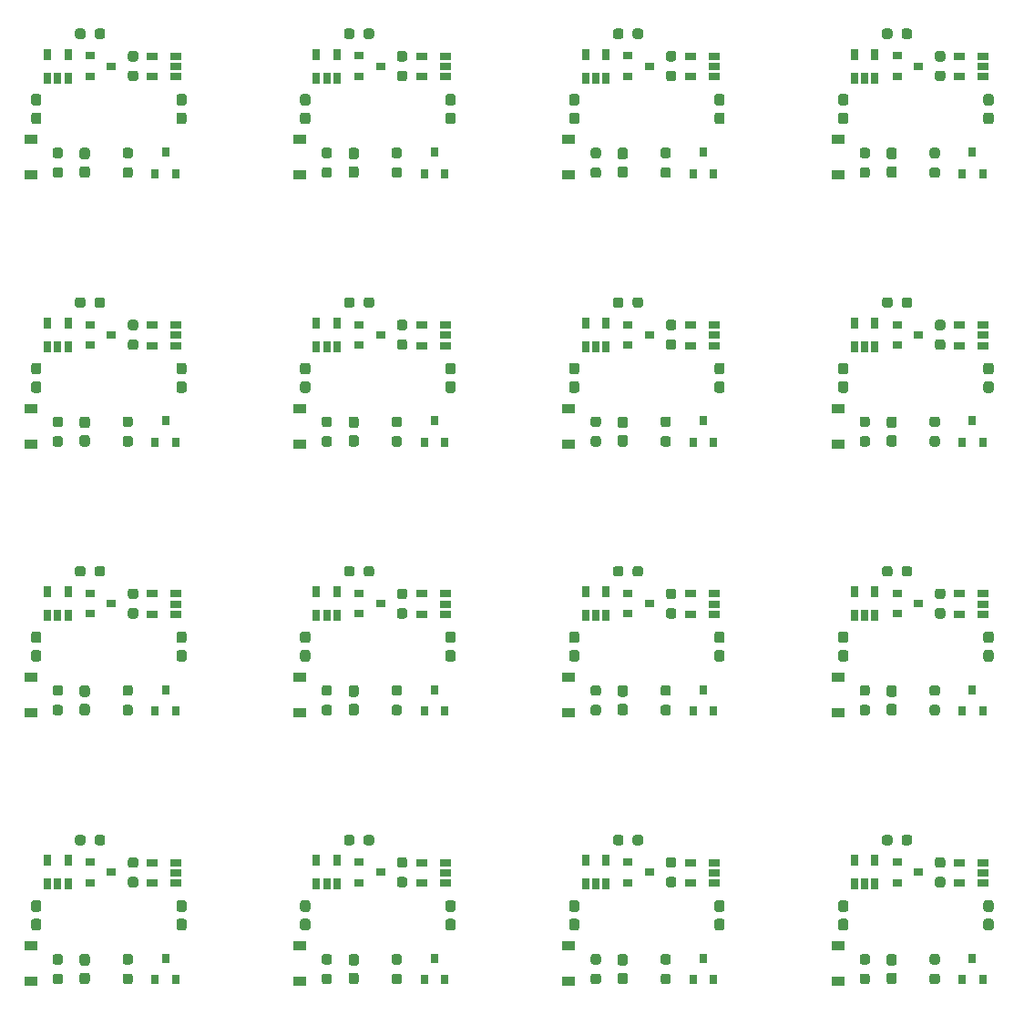
<source format=gbr>
%TF.GenerationSoftware,KiCad,Pcbnew,(5.1.9)-1*%
%TF.CreationDate,2021-10-26T13:29:37+02:00*%
%TF.ProjectId,Smartmeter_IR_V11_multi,536d6172-746d-4657-9465-725f49525f56,rev?*%
%TF.SameCoordinates,Original*%
%TF.FileFunction,Paste,Top*%
%TF.FilePolarity,Positive*%
%FSLAX46Y46*%
G04 Gerber Fmt 4.6, Leading zero omitted, Abs format (unit mm)*
G04 Created by KiCad (PCBNEW (5.1.9)-1) date 2021-10-26 13:29:37*
%MOMM*%
%LPD*%
G01*
G04 APERTURE LIST*
%ADD10R,0.650000X1.060000*%
%ADD11R,0.800000X0.900000*%
%ADD12R,1.060000X0.650000*%
%ADD13R,0.900000X0.800000*%
%ADD14R,1.200000X0.900000*%
G04 APERTURE END LIST*
D10*
%TO.C,IC1*%
X104550000Y-126100000D03*
X105500000Y-126100000D03*
X106450000Y-126100000D03*
X106450000Y-123900000D03*
X104550000Y-123900000D03*
%TD*%
D11*
%TO.C,T3*%
X65500000Y-133000000D03*
X66450000Y-135000000D03*
X64550000Y-135000000D03*
%TD*%
%TO.C,R1*%
G36*
G01*
X105262500Y-132600000D02*
X105737500Y-132600000D01*
G75*
G02*
X105975000Y-132837500I0J-237500D01*
G01*
X105975000Y-133337500D01*
G75*
G02*
X105737500Y-133575000I-237500J0D01*
G01*
X105262500Y-133575000D01*
G75*
G02*
X105025000Y-133337500I0J237500D01*
G01*
X105025000Y-132837500D01*
G75*
G02*
X105262500Y-132600000I237500J0D01*
G01*
G37*
G36*
G01*
X105262500Y-134425000D02*
X105737500Y-134425000D01*
G75*
G02*
X105975000Y-134662500I0J-237500D01*
G01*
X105975000Y-135162500D01*
G75*
G02*
X105737500Y-135400000I-237500J0D01*
G01*
X105262500Y-135400000D01*
G75*
G02*
X105025000Y-135162500I0J237500D01*
G01*
X105025000Y-134662500D01*
G75*
G02*
X105262500Y-134425000I237500J0D01*
G01*
G37*
%TD*%
%TO.C,C1*%
G36*
G01*
X103737500Y-130400000D02*
X103262500Y-130400000D01*
G75*
G02*
X103025000Y-130162500I0J237500D01*
G01*
X103025000Y-129562500D01*
G75*
G02*
X103262500Y-129325000I237500J0D01*
G01*
X103737500Y-129325000D01*
G75*
G02*
X103975000Y-129562500I0J-237500D01*
G01*
X103975000Y-130162500D01*
G75*
G02*
X103737500Y-130400000I-237500J0D01*
G01*
G37*
G36*
G01*
X103737500Y-128675000D02*
X103262500Y-128675000D01*
G75*
G02*
X103025000Y-128437500I0J237500D01*
G01*
X103025000Y-127837500D01*
G75*
G02*
X103262500Y-127600000I237500J0D01*
G01*
X103737500Y-127600000D01*
G75*
G02*
X103975000Y-127837500I0J-237500D01*
G01*
X103975000Y-128437500D01*
G75*
G02*
X103737500Y-128675000I-237500J0D01*
G01*
G37*
%TD*%
D12*
%TO.C,IC2*%
X64300000Y-126000000D03*
X64300000Y-124100000D03*
X66500000Y-124100000D03*
X66500000Y-125050000D03*
X66500000Y-126000000D03*
%TD*%
D11*
%TO.C,T3*%
X139550000Y-135000000D03*
X141450000Y-135000000D03*
X140500000Y-133000000D03*
%TD*%
%TO.C,R1*%
G36*
G01*
X55262500Y-132600000D02*
X55737500Y-132600000D01*
G75*
G02*
X55975000Y-132837500I0J-237500D01*
G01*
X55975000Y-133337500D01*
G75*
G02*
X55737500Y-133575000I-237500J0D01*
G01*
X55262500Y-133575000D01*
G75*
G02*
X55025000Y-133337500I0J237500D01*
G01*
X55025000Y-132837500D01*
G75*
G02*
X55262500Y-132600000I237500J0D01*
G01*
G37*
G36*
G01*
X55262500Y-134425000D02*
X55737500Y-134425000D01*
G75*
G02*
X55975000Y-134662500I0J-237500D01*
G01*
X55975000Y-135162500D01*
G75*
G02*
X55737500Y-135400000I-237500J0D01*
G01*
X55262500Y-135400000D01*
G75*
G02*
X55025000Y-135162500I0J237500D01*
G01*
X55025000Y-134662500D01*
G75*
G02*
X55262500Y-134425000I237500J0D01*
G01*
G37*
%TD*%
%TO.C,R4*%
G36*
G01*
X62737500Y-124575000D02*
X62262500Y-124575000D01*
G75*
G02*
X62025000Y-124337500I0J237500D01*
G01*
X62025000Y-123837500D01*
G75*
G02*
X62262500Y-123600000I237500J0D01*
G01*
X62737500Y-123600000D01*
G75*
G02*
X62975000Y-123837500I0J-237500D01*
G01*
X62975000Y-124337500D01*
G75*
G02*
X62737500Y-124575000I-237500J0D01*
G01*
G37*
G36*
G01*
X62737500Y-126400000D02*
X62262500Y-126400000D01*
G75*
G02*
X62025000Y-126162500I0J237500D01*
G01*
X62025000Y-125662500D01*
G75*
G02*
X62262500Y-125425000I237500J0D01*
G01*
X62737500Y-125425000D01*
G75*
G02*
X62975000Y-125662500I0J-237500D01*
G01*
X62975000Y-126162500D01*
G75*
G02*
X62737500Y-126400000I-237500J0D01*
G01*
G37*
%TD*%
D13*
%TO.C,T2*%
X58500000Y-124050000D03*
X58500000Y-125950000D03*
X60500000Y-125000000D03*
%TD*%
%TO.C,R3*%
G36*
G01*
X132100000Y-122237500D02*
X132100000Y-121762500D01*
G75*
G02*
X132337500Y-121525000I237500J0D01*
G01*
X132837500Y-121525000D01*
G75*
G02*
X133075000Y-121762500I0J-237500D01*
G01*
X133075000Y-122237500D01*
G75*
G02*
X132837500Y-122475000I-237500J0D01*
G01*
X132337500Y-122475000D01*
G75*
G02*
X132100000Y-122237500I0J237500D01*
G01*
G37*
G36*
G01*
X133925000Y-122237500D02*
X133925000Y-121762500D01*
G75*
G02*
X134162500Y-121525000I237500J0D01*
G01*
X134662500Y-121525000D01*
G75*
G02*
X134900000Y-121762500I0J-237500D01*
G01*
X134900000Y-122237500D01*
G75*
G02*
X134662500Y-122475000I-237500J0D01*
G01*
X134162500Y-122475000D01*
G75*
G02*
X133925000Y-122237500I0J237500D01*
G01*
G37*
%TD*%
%TO.C,T2*%
X135500000Y-125000000D03*
X133500000Y-125950000D03*
X133500000Y-124050000D03*
%TD*%
%TO.C,R2*%
G36*
G01*
X112237500Y-135400000D02*
X111762500Y-135400000D01*
G75*
G02*
X111525000Y-135162500I0J237500D01*
G01*
X111525000Y-134662500D01*
G75*
G02*
X111762500Y-134425000I237500J0D01*
G01*
X112237500Y-134425000D01*
G75*
G02*
X112475000Y-134662500I0J-237500D01*
G01*
X112475000Y-135162500D01*
G75*
G02*
X112237500Y-135400000I-237500J0D01*
G01*
G37*
G36*
G01*
X112237500Y-133575000D02*
X111762500Y-133575000D01*
G75*
G02*
X111525000Y-133337500I0J237500D01*
G01*
X111525000Y-132837500D01*
G75*
G02*
X111762500Y-132600000I237500J0D01*
G01*
X112237500Y-132600000D01*
G75*
G02*
X112475000Y-132837500I0J-237500D01*
G01*
X112475000Y-133337500D01*
G75*
G02*
X112237500Y-133575000I-237500J0D01*
G01*
G37*
%TD*%
%TO.C,C3*%
G36*
G01*
X116762500Y-129325000D02*
X117237500Y-129325000D01*
G75*
G02*
X117475000Y-129562500I0J-237500D01*
G01*
X117475000Y-130162500D01*
G75*
G02*
X117237500Y-130400000I-237500J0D01*
G01*
X116762500Y-130400000D01*
G75*
G02*
X116525000Y-130162500I0J237500D01*
G01*
X116525000Y-129562500D01*
G75*
G02*
X116762500Y-129325000I237500J0D01*
G01*
G37*
G36*
G01*
X116762500Y-127600000D02*
X117237500Y-127600000D01*
G75*
G02*
X117475000Y-127837500I0J-237500D01*
G01*
X117475000Y-128437500D01*
G75*
G02*
X117237500Y-128675000I-237500J0D01*
G01*
X116762500Y-128675000D01*
G75*
G02*
X116525000Y-128437500I0J237500D01*
G01*
X116525000Y-127837500D01*
G75*
G02*
X116762500Y-127600000I237500J0D01*
G01*
G37*
%TD*%
%TO.C,R2*%
G36*
G01*
X137237500Y-133575000D02*
X136762500Y-133575000D01*
G75*
G02*
X136525000Y-133337500I0J237500D01*
G01*
X136525000Y-132837500D01*
G75*
G02*
X136762500Y-132600000I237500J0D01*
G01*
X137237500Y-132600000D01*
G75*
G02*
X137475000Y-132837500I0J-237500D01*
G01*
X137475000Y-133337500D01*
G75*
G02*
X137237500Y-133575000I-237500J0D01*
G01*
G37*
G36*
G01*
X137237500Y-135400000D02*
X136762500Y-135400000D01*
G75*
G02*
X136525000Y-135162500I0J237500D01*
G01*
X136525000Y-134662500D01*
G75*
G02*
X136762500Y-134425000I237500J0D01*
G01*
X137237500Y-134425000D01*
G75*
G02*
X137475000Y-134662500I0J-237500D01*
G01*
X137475000Y-135162500D01*
G75*
G02*
X137237500Y-135400000I-237500J0D01*
G01*
G37*
%TD*%
%TO.C,R2*%
G36*
G01*
X62237500Y-135400000D02*
X61762500Y-135400000D01*
G75*
G02*
X61525000Y-135162500I0J237500D01*
G01*
X61525000Y-134662500D01*
G75*
G02*
X61762500Y-134425000I237500J0D01*
G01*
X62237500Y-134425000D01*
G75*
G02*
X62475000Y-134662500I0J-237500D01*
G01*
X62475000Y-135162500D01*
G75*
G02*
X62237500Y-135400000I-237500J0D01*
G01*
G37*
G36*
G01*
X62237500Y-133575000D02*
X61762500Y-133575000D01*
G75*
G02*
X61525000Y-133337500I0J237500D01*
G01*
X61525000Y-132837500D01*
G75*
G02*
X61762500Y-132600000I237500J0D01*
G01*
X62237500Y-132600000D01*
G75*
G02*
X62475000Y-132837500I0J-237500D01*
G01*
X62475000Y-133337500D01*
G75*
G02*
X62237500Y-133575000I-237500J0D01*
G01*
G37*
%TD*%
%TO.C,R2*%
G36*
G01*
X87237500Y-133575000D02*
X86762500Y-133575000D01*
G75*
G02*
X86525000Y-133337500I0J237500D01*
G01*
X86525000Y-132837500D01*
G75*
G02*
X86762500Y-132600000I237500J0D01*
G01*
X87237500Y-132600000D01*
G75*
G02*
X87475000Y-132837500I0J-237500D01*
G01*
X87475000Y-133337500D01*
G75*
G02*
X87237500Y-133575000I-237500J0D01*
G01*
G37*
G36*
G01*
X87237500Y-135400000D02*
X86762500Y-135400000D01*
G75*
G02*
X86525000Y-135162500I0J237500D01*
G01*
X86525000Y-134662500D01*
G75*
G02*
X86762500Y-134425000I237500J0D01*
G01*
X87237500Y-134425000D01*
G75*
G02*
X87475000Y-134662500I0J-237500D01*
G01*
X87475000Y-135162500D01*
G75*
G02*
X87237500Y-135400000I-237500J0D01*
G01*
G37*
%TD*%
%TO.C,R1*%
G36*
G01*
X80262500Y-134425000D02*
X80737500Y-134425000D01*
G75*
G02*
X80975000Y-134662500I0J-237500D01*
G01*
X80975000Y-135162500D01*
G75*
G02*
X80737500Y-135400000I-237500J0D01*
G01*
X80262500Y-135400000D01*
G75*
G02*
X80025000Y-135162500I0J237500D01*
G01*
X80025000Y-134662500D01*
G75*
G02*
X80262500Y-134425000I237500J0D01*
G01*
G37*
G36*
G01*
X80262500Y-132600000D02*
X80737500Y-132600000D01*
G75*
G02*
X80975000Y-132837500I0J-237500D01*
G01*
X80975000Y-133337500D01*
G75*
G02*
X80737500Y-133575000I-237500J0D01*
G01*
X80262500Y-133575000D01*
G75*
G02*
X80025000Y-133337500I0J237500D01*
G01*
X80025000Y-132837500D01*
G75*
G02*
X80262500Y-132600000I237500J0D01*
G01*
G37*
%TD*%
%TO.C,C1*%
G36*
G01*
X128737500Y-128675000D02*
X128262500Y-128675000D01*
G75*
G02*
X128025000Y-128437500I0J237500D01*
G01*
X128025000Y-127837500D01*
G75*
G02*
X128262500Y-127600000I237500J0D01*
G01*
X128737500Y-127600000D01*
G75*
G02*
X128975000Y-127837500I0J-237500D01*
G01*
X128975000Y-128437500D01*
G75*
G02*
X128737500Y-128675000I-237500J0D01*
G01*
G37*
G36*
G01*
X128737500Y-130400000D02*
X128262500Y-130400000D01*
G75*
G02*
X128025000Y-130162500I0J237500D01*
G01*
X128025000Y-129562500D01*
G75*
G02*
X128262500Y-129325000I237500J0D01*
G01*
X128737500Y-129325000D01*
G75*
G02*
X128975000Y-129562500I0J-237500D01*
G01*
X128975000Y-130162500D01*
G75*
G02*
X128737500Y-130400000I-237500J0D01*
G01*
G37*
%TD*%
D14*
%TO.C,D2*%
X53000000Y-135150000D03*
X53000000Y-131850000D03*
%TD*%
%TO.C,R3*%
G36*
G01*
X82100000Y-122237500D02*
X82100000Y-121762500D01*
G75*
G02*
X82337500Y-121525000I237500J0D01*
G01*
X82837500Y-121525000D01*
G75*
G02*
X83075000Y-121762500I0J-237500D01*
G01*
X83075000Y-122237500D01*
G75*
G02*
X82837500Y-122475000I-237500J0D01*
G01*
X82337500Y-122475000D01*
G75*
G02*
X82100000Y-122237500I0J237500D01*
G01*
G37*
G36*
G01*
X83925000Y-122237500D02*
X83925000Y-121762500D01*
G75*
G02*
X84162500Y-121525000I237500J0D01*
G01*
X84662500Y-121525000D01*
G75*
G02*
X84900000Y-121762500I0J-237500D01*
G01*
X84900000Y-122237500D01*
G75*
G02*
X84662500Y-122475000I-237500J0D01*
G01*
X84162500Y-122475000D01*
G75*
G02*
X83925000Y-122237500I0J237500D01*
G01*
G37*
%TD*%
%TO.C,C1*%
G36*
G01*
X53737500Y-130400000D02*
X53262500Y-130400000D01*
G75*
G02*
X53025000Y-130162500I0J237500D01*
G01*
X53025000Y-129562500D01*
G75*
G02*
X53262500Y-129325000I237500J0D01*
G01*
X53737500Y-129325000D01*
G75*
G02*
X53975000Y-129562500I0J-237500D01*
G01*
X53975000Y-130162500D01*
G75*
G02*
X53737500Y-130400000I-237500J0D01*
G01*
G37*
G36*
G01*
X53737500Y-128675000D02*
X53262500Y-128675000D01*
G75*
G02*
X53025000Y-128437500I0J237500D01*
G01*
X53025000Y-127837500D01*
G75*
G02*
X53262500Y-127600000I237500J0D01*
G01*
X53737500Y-127600000D01*
G75*
G02*
X53975000Y-127837500I0J-237500D01*
G01*
X53975000Y-128437500D01*
G75*
G02*
X53737500Y-128675000I-237500J0D01*
G01*
G37*
%TD*%
%TO.C,D2*%
X78000000Y-131850000D03*
X78000000Y-135150000D03*
%TD*%
%TO.C,D2*%
X103000000Y-135150000D03*
X103000000Y-131850000D03*
%TD*%
D13*
%TO.C,T2*%
X85500000Y-125000000D03*
X83500000Y-125950000D03*
X83500000Y-124050000D03*
%TD*%
D12*
%TO.C,IC2*%
X91500000Y-126000000D03*
X91500000Y-125050000D03*
X91500000Y-124100000D03*
X89300000Y-124100000D03*
X89300000Y-126000000D03*
%TD*%
%TO.C,R4*%
G36*
G01*
X137737500Y-126400000D02*
X137262500Y-126400000D01*
G75*
G02*
X137025000Y-126162500I0J237500D01*
G01*
X137025000Y-125662500D01*
G75*
G02*
X137262500Y-125425000I237500J0D01*
G01*
X137737500Y-125425000D01*
G75*
G02*
X137975000Y-125662500I0J-237500D01*
G01*
X137975000Y-126162500D01*
G75*
G02*
X137737500Y-126400000I-237500J0D01*
G01*
G37*
G36*
G01*
X137737500Y-124575000D02*
X137262500Y-124575000D01*
G75*
G02*
X137025000Y-124337500I0J237500D01*
G01*
X137025000Y-123837500D01*
G75*
G02*
X137262500Y-123600000I237500J0D01*
G01*
X137737500Y-123600000D01*
G75*
G02*
X137975000Y-123837500I0J-237500D01*
G01*
X137975000Y-124337500D01*
G75*
G02*
X137737500Y-124575000I-237500J0D01*
G01*
G37*
%TD*%
%TO.C,C2*%
G36*
G01*
X107762500Y-134325000D02*
X108237500Y-134325000D01*
G75*
G02*
X108475000Y-134562500I0J-237500D01*
G01*
X108475000Y-135162500D01*
G75*
G02*
X108237500Y-135400000I-237500J0D01*
G01*
X107762500Y-135400000D01*
G75*
G02*
X107525000Y-135162500I0J237500D01*
G01*
X107525000Y-134562500D01*
G75*
G02*
X107762500Y-134325000I237500J0D01*
G01*
G37*
G36*
G01*
X107762500Y-132600000D02*
X108237500Y-132600000D01*
G75*
G02*
X108475000Y-132837500I0J-237500D01*
G01*
X108475000Y-133437500D01*
G75*
G02*
X108237500Y-133675000I-237500J0D01*
G01*
X107762500Y-133675000D01*
G75*
G02*
X107525000Y-133437500I0J237500D01*
G01*
X107525000Y-132837500D01*
G75*
G02*
X107762500Y-132600000I237500J0D01*
G01*
G37*
%TD*%
%TO.C,R3*%
G36*
G01*
X58925000Y-122237500D02*
X58925000Y-121762500D01*
G75*
G02*
X59162500Y-121525000I237500J0D01*
G01*
X59662500Y-121525000D01*
G75*
G02*
X59900000Y-121762500I0J-237500D01*
G01*
X59900000Y-122237500D01*
G75*
G02*
X59662500Y-122475000I-237500J0D01*
G01*
X59162500Y-122475000D01*
G75*
G02*
X58925000Y-122237500I0J237500D01*
G01*
G37*
G36*
G01*
X57100000Y-122237500D02*
X57100000Y-121762500D01*
G75*
G02*
X57337500Y-121525000I237500J0D01*
G01*
X57837500Y-121525000D01*
G75*
G02*
X58075000Y-121762500I0J-237500D01*
G01*
X58075000Y-122237500D01*
G75*
G02*
X57837500Y-122475000I-237500J0D01*
G01*
X57337500Y-122475000D01*
G75*
G02*
X57100000Y-122237500I0J237500D01*
G01*
G37*
%TD*%
%TO.C,R4*%
G36*
G01*
X87737500Y-126400000D02*
X87262500Y-126400000D01*
G75*
G02*
X87025000Y-126162500I0J237500D01*
G01*
X87025000Y-125662500D01*
G75*
G02*
X87262500Y-125425000I237500J0D01*
G01*
X87737500Y-125425000D01*
G75*
G02*
X87975000Y-125662500I0J-237500D01*
G01*
X87975000Y-126162500D01*
G75*
G02*
X87737500Y-126400000I-237500J0D01*
G01*
G37*
G36*
G01*
X87737500Y-124575000D02*
X87262500Y-124575000D01*
G75*
G02*
X87025000Y-124337500I0J237500D01*
G01*
X87025000Y-123837500D01*
G75*
G02*
X87262500Y-123600000I237500J0D01*
G01*
X87737500Y-123600000D01*
G75*
G02*
X87975000Y-123837500I0J-237500D01*
G01*
X87975000Y-124337500D01*
G75*
G02*
X87737500Y-124575000I-237500J0D01*
G01*
G37*
%TD*%
D11*
%TO.C,T3*%
X89550000Y-135000000D03*
X91450000Y-135000000D03*
X90500000Y-133000000D03*
%TD*%
D14*
%TO.C,D2*%
X128000000Y-131850000D03*
X128000000Y-135150000D03*
%TD*%
D13*
%TO.C,T2*%
X108500000Y-124050000D03*
X108500000Y-125950000D03*
X110500000Y-125000000D03*
%TD*%
D11*
%TO.C,T3*%
X115500000Y-133000000D03*
X116450000Y-135000000D03*
X114550000Y-135000000D03*
%TD*%
D12*
%TO.C,IC2*%
X141500000Y-126000000D03*
X141500000Y-125050000D03*
X141500000Y-124100000D03*
X139300000Y-124100000D03*
X139300000Y-126000000D03*
%TD*%
%TO.C,C1*%
G36*
G01*
X78737500Y-128675000D02*
X78262500Y-128675000D01*
G75*
G02*
X78025000Y-128437500I0J237500D01*
G01*
X78025000Y-127837500D01*
G75*
G02*
X78262500Y-127600000I237500J0D01*
G01*
X78737500Y-127600000D01*
G75*
G02*
X78975000Y-127837500I0J-237500D01*
G01*
X78975000Y-128437500D01*
G75*
G02*
X78737500Y-128675000I-237500J0D01*
G01*
G37*
G36*
G01*
X78737500Y-130400000D02*
X78262500Y-130400000D01*
G75*
G02*
X78025000Y-130162500I0J237500D01*
G01*
X78025000Y-129562500D01*
G75*
G02*
X78262500Y-129325000I237500J0D01*
G01*
X78737500Y-129325000D01*
G75*
G02*
X78975000Y-129562500I0J-237500D01*
G01*
X78975000Y-130162500D01*
G75*
G02*
X78737500Y-130400000I-237500J0D01*
G01*
G37*
%TD*%
%TO.C,C2*%
G36*
G01*
X132762500Y-132600000D02*
X133237500Y-132600000D01*
G75*
G02*
X133475000Y-132837500I0J-237500D01*
G01*
X133475000Y-133437500D01*
G75*
G02*
X133237500Y-133675000I-237500J0D01*
G01*
X132762500Y-133675000D01*
G75*
G02*
X132525000Y-133437500I0J237500D01*
G01*
X132525000Y-132837500D01*
G75*
G02*
X132762500Y-132600000I237500J0D01*
G01*
G37*
G36*
G01*
X132762500Y-134325000D02*
X133237500Y-134325000D01*
G75*
G02*
X133475000Y-134562500I0J-237500D01*
G01*
X133475000Y-135162500D01*
G75*
G02*
X133237500Y-135400000I-237500J0D01*
G01*
X132762500Y-135400000D01*
G75*
G02*
X132525000Y-135162500I0J237500D01*
G01*
X132525000Y-134562500D01*
G75*
G02*
X132762500Y-134325000I237500J0D01*
G01*
G37*
%TD*%
D10*
%TO.C,IC1*%
X129550000Y-123900000D03*
X131450000Y-123900000D03*
X131450000Y-126100000D03*
X130500000Y-126100000D03*
X129550000Y-126100000D03*
%TD*%
%TO.C,IC1*%
X79550000Y-123900000D03*
X81450000Y-123900000D03*
X81450000Y-126100000D03*
X80500000Y-126100000D03*
X79550000Y-126100000D03*
%TD*%
%TO.C,C3*%
G36*
G01*
X141762500Y-127600000D02*
X142237500Y-127600000D01*
G75*
G02*
X142475000Y-127837500I0J-237500D01*
G01*
X142475000Y-128437500D01*
G75*
G02*
X142237500Y-128675000I-237500J0D01*
G01*
X141762500Y-128675000D01*
G75*
G02*
X141525000Y-128437500I0J237500D01*
G01*
X141525000Y-127837500D01*
G75*
G02*
X141762500Y-127600000I237500J0D01*
G01*
G37*
G36*
G01*
X141762500Y-129325000D02*
X142237500Y-129325000D01*
G75*
G02*
X142475000Y-129562500I0J-237500D01*
G01*
X142475000Y-130162500D01*
G75*
G02*
X142237500Y-130400000I-237500J0D01*
G01*
X141762500Y-130400000D01*
G75*
G02*
X141525000Y-130162500I0J237500D01*
G01*
X141525000Y-129562500D01*
G75*
G02*
X141762500Y-129325000I237500J0D01*
G01*
G37*
%TD*%
%TO.C,C3*%
G36*
G01*
X66762500Y-129325000D02*
X67237500Y-129325000D01*
G75*
G02*
X67475000Y-129562500I0J-237500D01*
G01*
X67475000Y-130162500D01*
G75*
G02*
X67237500Y-130400000I-237500J0D01*
G01*
X66762500Y-130400000D01*
G75*
G02*
X66525000Y-130162500I0J237500D01*
G01*
X66525000Y-129562500D01*
G75*
G02*
X66762500Y-129325000I237500J0D01*
G01*
G37*
G36*
G01*
X66762500Y-127600000D02*
X67237500Y-127600000D01*
G75*
G02*
X67475000Y-127837500I0J-237500D01*
G01*
X67475000Y-128437500D01*
G75*
G02*
X67237500Y-128675000I-237500J0D01*
G01*
X66762500Y-128675000D01*
G75*
G02*
X66525000Y-128437500I0J237500D01*
G01*
X66525000Y-127837500D01*
G75*
G02*
X66762500Y-127600000I237500J0D01*
G01*
G37*
%TD*%
%TO.C,C2*%
G36*
G01*
X82762500Y-132600000D02*
X83237500Y-132600000D01*
G75*
G02*
X83475000Y-132837500I0J-237500D01*
G01*
X83475000Y-133437500D01*
G75*
G02*
X83237500Y-133675000I-237500J0D01*
G01*
X82762500Y-133675000D01*
G75*
G02*
X82525000Y-133437500I0J237500D01*
G01*
X82525000Y-132837500D01*
G75*
G02*
X82762500Y-132600000I237500J0D01*
G01*
G37*
G36*
G01*
X82762500Y-134325000D02*
X83237500Y-134325000D01*
G75*
G02*
X83475000Y-134562500I0J-237500D01*
G01*
X83475000Y-135162500D01*
G75*
G02*
X83237500Y-135400000I-237500J0D01*
G01*
X82762500Y-135400000D01*
G75*
G02*
X82525000Y-135162500I0J237500D01*
G01*
X82525000Y-134562500D01*
G75*
G02*
X82762500Y-134325000I237500J0D01*
G01*
G37*
%TD*%
%TO.C,C3*%
G36*
G01*
X91762500Y-127600000D02*
X92237500Y-127600000D01*
G75*
G02*
X92475000Y-127837500I0J-237500D01*
G01*
X92475000Y-128437500D01*
G75*
G02*
X92237500Y-128675000I-237500J0D01*
G01*
X91762500Y-128675000D01*
G75*
G02*
X91525000Y-128437500I0J237500D01*
G01*
X91525000Y-127837500D01*
G75*
G02*
X91762500Y-127600000I237500J0D01*
G01*
G37*
G36*
G01*
X91762500Y-129325000D02*
X92237500Y-129325000D01*
G75*
G02*
X92475000Y-129562500I0J-237500D01*
G01*
X92475000Y-130162500D01*
G75*
G02*
X92237500Y-130400000I-237500J0D01*
G01*
X91762500Y-130400000D01*
G75*
G02*
X91525000Y-130162500I0J237500D01*
G01*
X91525000Y-129562500D01*
G75*
G02*
X91762500Y-129325000I237500J0D01*
G01*
G37*
%TD*%
%TO.C,C2*%
G36*
G01*
X57762500Y-134325000D02*
X58237500Y-134325000D01*
G75*
G02*
X58475000Y-134562500I0J-237500D01*
G01*
X58475000Y-135162500D01*
G75*
G02*
X58237500Y-135400000I-237500J0D01*
G01*
X57762500Y-135400000D01*
G75*
G02*
X57525000Y-135162500I0J237500D01*
G01*
X57525000Y-134562500D01*
G75*
G02*
X57762500Y-134325000I237500J0D01*
G01*
G37*
G36*
G01*
X57762500Y-132600000D02*
X58237500Y-132600000D01*
G75*
G02*
X58475000Y-132837500I0J-237500D01*
G01*
X58475000Y-133437500D01*
G75*
G02*
X58237500Y-133675000I-237500J0D01*
G01*
X57762500Y-133675000D01*
G75*
G02*
X57525000Y-133437500I0J237500D01*
G01*
X57525000Y-132837500D01*
G75*
G02*
X57762500Y-132600000I237500J0D01*
G01*
G37*
%TD*%
%TO.C,R3*%
G36*
G01*
X108925000Y-122237500D02*
X108925000Y-121762500D01*
G75*
G02*
X109162500Y-121525000I237500J0D01*
G01*
X109662500Y-121525000D01*
G75*
G02*
X109900000Y-121762500I0J-237500D01*
G01*
X109900000Y-122237500D01*
G75*
G02*
X109662500Y-122475000I-237500J0D01*
G01*
X109162500Y-122475000D01*
G75*
G02*
X108925000Y-122237500I0J237500D01*
G01*
G37*
G36*
G01*
X107100000Y-122237500D02*
X107100000Y-121762500D01*
G75*
G02*
X107337500Y-121525000I237500J0D01*
G01*
X107837500Y-121525000D01*
G75*
G02*
X108075000Y-121762500I0J-237500D01*
G01*
X108075000Y-122237500D01*
G75*
G02*
X107837500Y-122475000I-237500J0D01*
G01*
X107337500Y-122475000D01*
G75*
G02*
X107100000Y-122237500I0J237500D01*
G01*
G37*
%TD*%
%TO.C,IC1*%
X54550000Y-126100000D03*
X55500000Y-126100000D03*
X56450000Y-126100000D03*
X56450000Y-123900000D03*
X54550000Y-123900000D03*
%TD*%
%TO.C,R1*%
G36*
G01*
X130262500Y-134425000D02*
X130737500Y-134425000D01*
G75*
G02*
X130975000Y-134662500I0J-237500D01*
G01*
X130975000Y-135162500D01*
G75*
G02*
X130737500Y-135400000I-237500J0D01*
G01*
X130262500Y-135400000D01*
G75*
G02*
X130025000Y-135162500I0J237500D01*
G01*
X130025000Y-134662500D01*
G75*
G02*
X130262500Y-134425000I237500J0D01*
G01*
G37*
G36*
G01*
X130262500Y-132600000D02*
X130737500Y-132600000D01*
G75*
G02*
X130975000Y-132837500I0J-237500D01*
G01*
X130975000Y-133337500D01*
G75*
G02*
X130737500Y-133575000I-237500J0D01*
G01*
X130262500Y-133575000D01*
G75*
G02*
X130025000Y-133337500I0J237500D01*
G01*
X130025000Y-132837500D01*
G75*
G02*
X130262500Y-132600000I237500J0D01*
G01*
G37*
%TD*%
%TO.C,R4*%
G36*
G01*
X112737500Y-124575000D02*
X112262500Y-124575000D01*
G75*
G02*
X112025000Y-124337500I0J237500D01*
G01*
X112025000Y-123837500D01*
G75*
G02*
X112262500Y-123600000I237500J0D01*
G01*
X112737500Y-123600000D01*
G75*
G02*
X112975000Y-123837500I0J-237500D01*
G01*
X112975000Y-124337500D01*
G75*
G02*
X112737500Y-124575000I-237500J0D01*
G01*
G37*
G36*
G01*
X112737500Y-126400000D02*
X112262500Y-126400000D01*
G75*
G02*
X112025000Y-126162500I0J237500D01*
G01*
X112025000Y-125662500D01*
G75*
G02*
X112262500Y-125425000I237500J0D01*
G01*
X112737500Y-125425000D01*
G75*
G02*
X112975000Y-125662500I0J-237500D01*
G01*
X112975000Y-126162500D01*
G75*
G02*
X112737500Y-126400000I-237500J0D01*
G01*
G37*
%TD*%
D12*
%TO.C,IC2*%
X114300000Y-126000000D03*
X114300000Y-124100000D03*
X116500000Y-124100000D03*
X116500000Y-125050000D03*
X116500000Y-126000000D03*
%TD*%
D10*
%TO.C,IC1*%
X79550000Y-101100000D03*
X80500000Y-101100000D03*
X81450000Y-101100000D03*
X81450000Y-98900000D03*
X79550000Y-98900000D03*
%TD*%
%TO.C,C3*%
G36*
G01*
X66762500Y-102600000D02*
X67237500Y-102600000D01*
G75*
G02*
X67475000Y-102837500I0J-237500D01*
G01*
X67475000Y-103437500D01*
G75*
G02*
X67237500Y-103675000I-237500J0D01*
G01*
X66762500Y-103675000D01*
G75*
G02*
X66525000Y-103437500I0J237500D01*
G01*
X66525000Y-102837500D01*
G75*
G02*
X66762500Y-102600000I237500J0D01*
G01*
G37*
G36*
G01*
X66762500Y-104325000D02*
X67237500Y-104325000D01*
G75*
G02*
X67475000Y-104562500I0J-237500D01*
G01*
X67475000Y-105162500D01*
G75*
G02*
X67237500Y-105400000I-237500J0D01*
G01*
X66762500Y-105400000D01*
G75*
G02*
X66525000Y-105162500I0J237500D01*
G01*
X66525000Y-104562500D01*
G75*
G02*
X66762500Y-104325000I237500J0D01*
G01*
G37*
%TD*%
%TO.C,C2*%
G36*
G01*
X82762500Y-109325000D02*
X83237500Y-109325000D01*
G75*
G02*
X83475000Y-109562500I0J-237500D01*
G01*
X83475000Y-110162500D01*
G75*
G02*
X83237500Y-110400000I-237500J0D01*
G01*
X82762500Y-110400000D01*
G75*
G02*
X82525000Y-110162500I0J237500D01*
G01*
X82525000Y-109562500D01*
G75*
G02*
X82762500Y-109325000I237500J0D01*
G01*
G37*
G36*
G01*
X82762500Y-107600000D02*
X83237500Y-107600000D01*
G75*
G02*
X83475000Y-107837500I0J-237500D01*
G01*
X83475000Y-108437500D01*
G75*
G02*
X83237500Y-108675000I-237500J0D01*
G01*
X82762500Y-108675000D01*
G75*
G02*
X82525000Y-108437500I0J237500D01*
G01*
X82525000Y-107837500D01*
G75*
G02*
X82762500Y-107600000I237500J0D01*
G01*
G37*
%TD*%
%TO.C,C3*%
G36*
G01*
X91762500Y-104325000D02*
X92237500Y-104325000D01*
G75*
G02*
X92475000Y-104562500I0J-237500D01*
G01*
X92475000Y-105162500D01*
G75*
G02*
X92237500Y-105400000I-237500J0D01*
G01*
X91762500Y-105400000D01*
G75*
G02*
X91525000Y-105162500I0J237500D01*
G01*
X91525000Y-104562500D01*
G75*
G02*
X91762500Y-104325000I237500J0D01*
G01*
G37*
G36*
G01*
X91762500Y-102600000D02*
X92237500Y-102600000D01*
G75*
G02*
X92475000Y-102837500I0J-237500D01*
G01*
X92475000Y-103437500D01*
G75*
G02*
X92237500Y-103675000I-237500J0D01*
G01*
X91762500Y-103675000D01*
G75*
G02*
X91525000Y-103437500I0J237500D01*
G01*
X91525000Y-102837500D01*
G75*
G02*
X91762500Y-102600000I237500J0D01*
G01*
G37*
%TD*%
D11*
%TO.C,T3*%
X90500000Y-108000000D03*
X91450000Y-110000000D03*
X89550000Y-110000000D03*
%TD*%
D14*
%TO.C,D2*%
X128000000Y-110150000D03*
X128000000Y-106850000D03*
%TD*%
D13*
%TO.C,T2*%
X110500000Y-100000000D03*
X108500000Y-100950000D03*
X108500000Y-99050000D03*
%TD*%
%TO.C,C3*%
G36*
G01*
X141762500Y-104325000D02*
X142237500Y-104325000D01*
G75*
G02*
X142475000Y-104562500I0J-237500D01*
G01*
X142475000Y-105162500D01*
G75*
G02*
X142237500Y-105400000I-237500J0D01*
G01*
X141762500Y-105400000D01*
G75*
G02*
X141525000Y-105162500I0J237500D01*
G01*
X141525000Y-104562500D01*
G75*
G02*
X141762500Y-104325000I237500J0D01*
G01*
G37*
G36*
G01*
X141762500Y-102600000D02*
X142237500Y-102600000D01*
G75*
G02*
X142475000Y-102837500I0J-237500D01*
G01*
X142475000Y-103437500D01*
G75*
G02*
X142237500Y-103675000I-237500J0D01*
G01*
X141762500Y-103675000D01*
G75*
G02*
X141525000Y-103437500I0J237500D01*
G01*
X141525000Y-102837500D01*
G75*
G02*
X141762500Y-102600000I237500J0D01*
G01*
G37*
%TD*%
D11*
%TO.C,T3*%
X114550000Y-110000000D03*
X116450000Y-110000000D03*
X115500000Y-108000000D03*
%TD*%
%TO.C,C2*%
G36*
G01*
X57762500Y-107600000D02*
X58237500Y-107600000D01*
G75*
G02*
X58475000Y-107837500I0J-237500D01*
G01*
X58475000Y-108437500D01*
G75*
G02*
X58237500Y-108675000I-237500J0D01*
G01*
X57762500Y-108675000D01*
G75*
G02*
X57525000Y-108437500I0J237500D01*
G01*
X57525000Y-107837500D01*
G75*
G02*
X57762500Y-107600000I237500J0D01*
G01*
G37*
G36*
G01*
X57762500Y-109325000D02*
X58237500Y-109325000D01*
G75*
G02*
X58475000Y-109562500I0J-237500D01*
G01*
X58475000Y-110162500D01*
G75*
G02*
X58237500Y-110400000I-237500J0D01*
G01*
X57762500Y-110400000D01*
G75*
G02*
X57525000Y-110162500I0J237500D01*
G01*
X57525000Y-109562500D01*
G75*
G02*
X57762500Y-109325000I237500J0D01*
G01*
G37*
%TD*%
%TO.C,C1*%
G36*
G01*
X78737500Y-105400000D02*
X78262500Y-105400000D01*
G75*
G02*
X78025000Y-105162500I0J237500D01*
G01*
X78025000Y-104562500D01*
G75*
G02*
X78262500Y-104325000I237500J0D01*
G01*
X78737500Y-104325000D01*
G75*
G02*
X78975000Y-104562500I0J-237500D01*
G01*
X78975000Y-105162500D01*
G75*
G02*
X78737500Y-105400000I-237500J0D01*
G01*
G37*
G36*
G01*
X78737500Y-103675000D02*
X78262500Y-103675000D01*
G75*
G02*
X78025000Y-103437500I0J237500D01*
G01*
X78025000Y-102837500D01*
G75*
G02*
X78262500Y-102600000I237500J0D01*
G01*
X78737500Y-102600000D01*
G75*
G02*
X78975000Y-102837500I0J-237500D01*
G01*
X78975000Y-103437500D01*
G75*
G02*
X78737500Y-103675000I-237500J0D01*
G01*
G37*
%TD*%
D10*
%TO.C,IC1*%
X54550000Y-98900000D03*
X56450000Y-98900000D03*
X56450000Y-101100000D03*
X55500000Y-101100000D03*
X54550000Y-101100000D03*
%TD*%
%TO.C,R1*%
G36*
G01*
X130262500Y-107600000D02*
X130737500Y-107600000D01*
G75*
G02*
X130975000Y-107837500I0J-237500D01*
G01*
X130975000Y-108337500D01*
G75*
G02*
X130737500Y-108575000I-237500J0D01*
G01*
X130262500Y-108575000D01*
G75*
G02*
X130025000Y-108337500I0J237500D01*
G01*
X130025000Y-107837500D01*
G75*
G02*
X130262500Y-107600000I237500J0D01*
G01*
G37*
G36*
G01*
X130262500Y-109425000D02*
X130737500Y-109425000D01*
G75*
G02*
X130975000Y-109662500I0J-237500D01*
G01*
X130975000Y-110162500D01*
G75*
G02*
X130737500Y-110400000I-237500J0D01*
G01*
X130262500Y-110400000D01*
G75*
G02*
X130025000Y-110162500I0J237500D01*
G01*
X130025000Y-109662500D01*
G75*
G02*
X130262500Y-109425000I237500J0D01*
G01*
G37*
%TD*%
%TO.C,C2*%
G36*
G01*
X132762500Y-109325000D02*
X133237500Y-109325000D01*
G75*
G02*
X133475000Y-109562500I0J-237500D01*
G01*
X133475000Y-110162500D01*
G75*
G02*
X133237500Y-110400000I-237500J0D01*
G01*
X132762500Y-110400000D01*
G75*
G02*
X132525000Y-110162500I0J237500D01*
G01*
X132525000Y-109562500D01*
G75*
G02*
X132762500Y-109325000I237500J0D01*
G01*
G37*
G36*
G01*
X132762500Y-107600000D02*
X133237500Y-107600000D01*
G75*
G02*
X133475000Y-107837500I0J-237500D01*
G01*
X133475000Y-108437500D01*
G75*
G02*
X133237500Y-108675000I-237500J0D01*
G01*
X132762500Y-108675000D01*
G75*
G02*
X132525000Y-108437500I0J237500D01*
G01*
X132525000Y-107837500D01*
G75*
G02*
X132762500Y-107600000I237500J0D01*
G01*
G37*
%TD*%
%TO.C,R4*%
G36*
G01*
X112737500Y-101400000D02*
X112262500Y-101400000D01*
G75*
G02*
X112025000Y-101162500I0J237500D01*
G01*
X112025000Y-100662500D01*
G75*
G02*
X112262500Y-100425000I237500J0D01*
G01*
X112737500Y-100425000D01*
G75*
G02*
X112975000Y-100662500I0J-237500D01*
G01*
X112975000Y-101162500D01*
G75*
G02*
X112737500Y-101400000I-237500J0D01*
G01*
G37*
G36*
G01*
X112737500Y-99575000D02*
X112262500Y-99575000D01*
G75*
G02*
X112025000Y-99337500I0J237500D01*
G01*
X112025000Y-98837500D01*
G75*
G02*
X112262500Y-98600000I237500J0D01*
G01*
X112737500Y-98600000D01*
G75*
G02*
X112975000Y-98837500I0J-237500D01*
G01*
X112975000Y-99337500D01*
G75*
G02*
X112737500Y-99575000I-237500J0D01*
G01*
G37*
%TD*%
D12*
%TO.C,IC2*%
X116500000Y-101000000D03*
X116500000Y-100050000D03*
X116500000Y-99100000D03*
X114300000Y-99100000D03*
X114300000Y-101000000D03*
%TD*%
D10*
%TO.C,IC1*%
X129550000Y-101100000D03*
X130500000Y-101100000D03*
X131450000Y-101100000D03*
X131450000Y-98900000D03*
X129550000Y-98900000D03*
%TD*%
D12*
%TO.C,IC2*%
X139300000Y-101000000D03*
X139300000Y-99100000D03*
X141500000Y-99100000D03*
X141500000Y-100050000D03*
X141500000Y-101000000D03*
%TD*%
%TO.C,R3*%
G36*
G01*
X107100000Y-97237500D02*
X107100000Y-96762500D01*
G75*
G02*
X107337500Y-96525000I237500J0D01*
G01*
X107837500Y-96525000D01*
G75*
G02*
X108075000Y-96762500I0J-237500D01*
G01*
X108075000Y-97237500D01*
G75*
G02*
X107837500Y-97475000I-237500J0D01*
G01*
X107337500Y-97475000D01*
G75*
G02*
X107100000Y-97237500I0J237500D01*
G01*
G37*
G36*
G01*
X108925000Y-97237500D02*
X108925000Y-96762500D01*
G75*
G02*
X109162500Y-96525000I237500J0D01*
G01*
X109662500Y-96525000D01*
G75*
G02*
X109900000Y-96762500I0J-237500D01*
G01*
X109900000Y-97237500D01*
G75*
G02*
X109662500Y-97475000I-237500J0D01*
G01*
X109162500Y-97475000D01*
G75*
G02*
X108925000Y-97237500I0J237500D01*
G01*
G37*
%TD*%
%TO.C,R2*%
G36*
G01*
X112237500Y-108575000D02*
X111762500Y-108575000D01*
G75*
G02*
X111525000Y-108337500I0J237500D01*
G01*
X111525000Y-107837500D01*
G75*
G02*
X111762500Y-107600000I237500J0D01*
G01*
X112237500Y-107600000D01*
G75*
G02*
X112475000Y-107837500I0J-237500D01*
G01*
X112475000Y-108337500D01*
G75*
G02*
X112237500Y-108575000I-237500J0D01*
G01*
G37*
G36*
G01*
X112237500Y-110400000D02*
X111762500Y-110400000D01*
G75*
G02*
X111525000Y-110162500I0J237500D01*
G01*
X111525000Y-109662500D01*
G75*
G02*
X111762500Y-109425000I237500J0D01*
G01*
X112237500Y-109425000D01*
G75*
G02*
X112475000Y-109662500I0J-237500D01*
G01*
X112475000Y-110162500D01*
G75*
G02*
X112237500Y-110400000I-237500J0D01*
G01*
G37*
%TD*%
D14*
%TO.C,D2*%
X53000000Y-106850000D03*
X53000000Y-110150000D03*
%TD*%
%TO.C,C1*%
G36*
G01*
X53737500Y-103675000D02*
X53262500Y-103675000D01*
G75*
G02*
X53025000Y-103437500I0J237500D01*
G01*
X53025000Y-102837500D01*
G75*
G02*
X53262500Y-102600000I237500J0D01*
G01*
X53737500Y-102600000D01*
G75*
G02*
X53975000Y-102837500I0J-237500D01*
G01*
X53975000Y-103437500D01*
G75*
G02*
X53737500Y-103675000I-237500J0D01*
G01*
G37*
G36*
G01*
X53737500Y-105400000D02*
X53262500Y-105400000D01*
G75*
G02*
X53025000Y-105162500I0J237500D01*
G01*
X53025000Y-104562500D01*
G75*
G02*
X53262500Y-104325000I237500J0D01*
G01*
X53737500Y-104325000D01*
G75*
G02*
X53975000Y-104562500I0J-237500D01*
G01*
X53975000Y-105162500D01*
G75*
G02*
X53737500Y-105400000I-237500J0D01*
G01*
G37*
%TD*%
%TO.C,D2*%
X78000000Y-110150000D03*
X78000000Y-106850000D03*
%TD*%
%TO.C,R1*%
G36*
G01*
X105262500Y-109425000D02*
X105737500Y-109425000D01*
G75*
G02*
X105975000Y-109662500I0J-237500D01*
G01*
X105975000Y-110162500D01*
G75*
G02*
X105737500Y-110400000I-237500J0D01*
G01*
X105262500Y-110400000D01*
G75*
G02*
X105025000Y-110162500I0J237500D01*
G01*
X105025000Y-109662500D01*
G75*
G02*
X105262500Y-109425000I237500J0D01*
G01*
G37*
G36*
G01*
X105262500Y-107600000D02*
X105737500Y-107600000D01*
G75*
G02*
X105975000Y-107837500I0J-237500D01*
G01*
X105975000Y-108337500D01*
G75*
G02*
X105737500Y-108575000I-237500J0D01*
G01*
X105262500Y-108575000D01*
G75*
G02*
X105025000Y-108337500I0J237500D01*
G01*
X105025000Y-107837500D01*
G75*
G02*
X105262500Y-107600000I237500J0D01*
G01*
G37*
%TD*%
%TO.C,R1*%
G36*
G01*
X55262500Y-109425000D02*
X55737500Y-109425000D01*
G75*
G02*
X55975000Y-109662500I0J-237500D01*
G01*
X55975000Y-110162500D01*
G75*
G02*
X55737500Y-110400000I-237500J0D01*
G01*
X55262500Y-110400000D01*
G75*
G02*
X55025000Y-110162500I0J237500D01*
G01*
X55025000Y-109662500D01*
G75*
G02*
X55262500Y-109425000I237500J0D01*
G01*
G37*
G36*
G01*
X55262500Y-107600000D02*
X55737500Y-107600000D01*
G75*
G02*
X55975000Y-107837500I0J-237500D01*
G01*
X55975000Y-108337500D01*
G75*
G02*
X55737500Y-108575000I-237500J0D01*
G01*
X55262500Y-108575000D01*
G75*
G02*
X55025000Y-108337500I0J237500D01*
G01*
X55025000Y-107837500D01*
G75*
G02*
X55262500Y-107600000I237500J0D01*
G01*
G37*
%TD*%
D13*
%TO.C,T2*%
X83500000Y-99050000D03*
X83500000Y-100950000D03*
X85500000Y-100000000D03*
%TD*%
D12*
%TO.C,IC2*%
X66500000Y-101000000D03*
X66500000Y-100050000D03*
X66500000Y-99100000D03*
X64300000Y-99100000D03*
X64300000Y-101000000D03*
%TD*%
%TO.C,R2*%
G36*
G01*
X62237500Y-108575000D02*
X61762500Y-108575000D01*
G75*
G02*
X61525000Y-108337500I0J237500D01*
G01*
X61525000Y-107837500D01*
G75*
G02*
X61762500Y-107600000I237500J0D01*
G01*
X62237500Y-107600000D01*
G75*
G02*
X62475000Y-107837500I0J-237500D01*
G01*
X62475000Y-108337500D01*
G75*
G02*
X62237500Y-108575000I-237500J0D01*
G01*
G37*
G36*
G01*
X62237500Y-110400000D02*
X61762500Y-110400000D01*
G75*
G02*
X61525000Y-110162500I0J237500D01*
G01*
X61525000Y-109662500D01*
G75*
G02*
X61762500Y-109425000I237500J0D01*
G01*
X62237500Y-109425000D01*
G75*
G02*
X62475000Y-109662500I0J-237500D01*
G01*
X62475000Y-110162500D01*
G75*
G02*
X62237500Y-110400000I-237500J0D01*
G01*
G37*
%TD*%
%TO.C,IC2*%
X89300000Y-101000000D03*
X89300000Y-99100000D03*
X91500000Y-99100000D03*
X91500000Y-100050000D03*
X91500000Y-101000000D03*
%TD*%
D13*
%TO.C,T2*%
X60500000Y-100000000D03*
X58500000Y-100950000D03*
X58500000Y-99050000D03*
%TD*%
%TO.C,R2*%
G36*
G01*
X87237500Y-110400000D02*
X86762500Y-110400000D01*
G75*
G02*
X86525000Y-110162500I0J237500D01*
G01*
X86525000Y-109662500D01*
G75*
G02*
X86762500Y-109425000I237500J0D01*
G01*
X87237500Y-109425000D01*
G75*
G02*
X87475000Y-109662500I0J-237500D01*
G01*
X87475000Y-110162500D01*
G75*
G02*
X87237500Y-110400000I-237500J0D01*
G01*
G37*
G36*
G01*
X87237500Y-108575000D02*
X86762500Y-108575000D01*
G75*
G02*
X86525000Y-108337500I0J237500D01*
G01*
X86525000Y-107837500D01*
G75*
G02*
X86762500Y-107600000I237500J0D01*
G01*
X87237500Y-107600000D01*
G75*
G02*
X87475000Y-107837500I0J-237500D01*
G01*
X87475000Y-108337500D01*
G75*
G02*
X87237500Y-108575000I-237500J0D01*
G01*
G37*
%TD*%
%TO.C,R1*%
G36*
G01*
X80262500Y-107600000D02*
X80737500Y-107600000D01*
G75*
G02*
X80975000Y-107837500I0J-237500D01*
G01*
X80975000Y-108337500D01*
G75*
G02*
X80737500Y-108575000I-237500J0D01*
G01*
X80262500Y-108575000D01*
G75*
G02*
X80025000Y-108337500I0J237500D01*
G01*
X80025000Y-107837500D01*
G75*
G02*
X80262500Y-107600000I237500J0D01*
G01*
G37*
G36*
G01*
X80262500Y-109425000D02*
X80737500Y-109425000D01*
G75*
G02*
X80975000Y-109662500I0J-237500D01*
G01*
X80975000Y-110162500D01*
G75*
G02*
X80737500Y-110400000I-237500J0D01*
G01*
X80262500Y-110400000D01*
G75*
G02*
X80025000Y-110162500I0J237500D01*
G01*
X80025000Y-109662500D01*
G75*
G02*
X80262500Y-109425000I237500J0D01*
G01*
G37*
%TD*%
%TO.C,C1*%
G36*
G01*
X103737500Y-103675000D02*
X103262500Y-103675000D01*
G75*
G02*
X103025000Y-103437500I0J237500D01*
G01*
X103025000Y-102837500D01*
G75*
G02*
X103262500Y-102600000I237500J0D01*
G01*
X103737500Y-102600000D01*
G75*
G02*
X103975000Y-102837500I0J-237500D01*
G01*
X103975000Y-103437500D01*
G75*
G02*
X103737500Y-103675000I-237500J0D01*
G01*
G37*
G36*
G01*
X103737500Y-105400000D02*
X103262500Y-105400000D01*
G75*
G02*
X103025000Y-105162500I0J237500D01*
G01*
X103025000Y-104562500D01*
G75*
G02*
X103262500Y-104325000I237500J0D01*
G01*
X103737500Y-104325000D01*
G75*
G02*
X103975000Y-104562500I0J-237500D01*
G01*
X103975000Y-105162500D01*
G75*
G02*
X103737500Y-105400000I-237500J0D01*
G01*
G37*
%TD*%
%TO.C,R3*%
G36*
G01*
X133925000Y-97237500D02*
X133925000Y-96762500D01*
G75*
G02*
X134162500Y-96525000I237500J0D01*
G01*
X134662500Y-96525000D01*
G75*
G02*
X134900000Y-96762500I0J-237500D01*
G01*
X134900000Y-97237500D01*
G75*
G02*
X134662500Y-97475000I-237500J0D01*
G01*
X134162500Y-97475000D01*
G75*
G02*
X133925000Y-97237500I0J237500D01*
G01*
G37*
G36*
G01*
X132100000Y-97237500D02*
X132100000Y-96762500D01*
G75*
G02*
X132337500Y-96525000I237500J0D01*
G01*
X132837500Y-96525000D01*
G75*
G02*
X133075000Y-96762500I0J-237500D01*
G01*
X133075000Y-97237500D01*
G75*
G02*
X132837500Y-97475000I-237500J0D01*
G01*
X132337500Y-97475000D01*
G75*
G02*
X132100000Y-97237500I0J237500D01*
G01*
G37*
%TD*%
%TO.C,R4*%
G36*
G01*
X137737500Y-99575000D02*
X137262500Y-99575000D01*
G75*
G02*
X137025000Y-99337500I0J237500D01*
G01*
X137025000Y-98837500D01*
G75*
G02*
X137262500Y-98600000I237500J0D01*
G01*
X137737500Y-98600000D01*
G75*
G02*
X137975000Y-98837500I0J-237500D01*
G01*
X137975000Y-99337500D01*
G75*
G02*
X137737500Y-99575000I-237500J0D01*
G01*
G37*
G36*
G01*
X137737500Y-101400000D02*
X137262500Y-101400000D01*
G75*
G02*
X137025000Y-101162500I0J237500D01*
G01*
X137025000Y-100662500D01*
G75*
G02*
X137262500Y-100425000I237500J0D01*
G01*
X137737500Y-100425000D01*
G75*
G02*
X137975000Y-100662500I0J-237500D01*
G01*
X137975000Y-101162500D01*
G75*
G02*
X137737500Y-101400000I-237500J0D01*
G01*
G37*
%TD*%
%TO.C,R2*%
G36*
G01*
X137237500Y-110400000D02*
X136762500Y-110400000D01*
G75*
G02*
X136525000Y-110162500I0J237500D01*
G01*
X136525000Y-109662500D01*
G75*
G02*
X136762500Y-109425000I237500J0D01*
G01*
X137237500Y-109425000D01*
G75*
G02*
X137475000Y-109662500I0J-237500D01*
G01*
X137475000Y-110162500D01*
G75*
G02*
X137237500Y-110400000I-237500J0D01*
G01*
G37*
G36*
G01*
X137237500Y-108575000D02*
X136762500Y-108575000D01*
G75*
G02*
X136525000Y-108337500I0J237500D01*
G01*
X136525000Y-107837500D01*
G75*
G02*
X136762500Y-107600000I237500J0D01*
G01*
X137237500Y-107600000D01*
G75*
G02*
X137475000Y-107837500I0J-237500D01*
G01*
X137475000Y-108337500D01*
G75*
G02*
X137237500Y-108575000I-237500J0D01*
G01*
G37*
%TD*%
D11*
%TO.C,T3*%
X64550000Y-110000000D03*
X66450000Y-110000000D03*
X65500000Y-108000000D03*
%TD*%
%TO.C,R4*%
G36*
G01*
X62737500Y-101400000D02*
X62262500Y-101400000D01*
G75*
G02*
X62025000Y-101162500I0J237500D01*
G01*
X62025000Y-100662500D01*
G75*
G02*
X62262500Y-100425000I237500J0D01*
G01*
X62737500Y-100425000D01*
G75*
G02*
X62975000Y-100662500I0J-237500D01*
G01*
X62975000Y-101162500D01*
G75*
G02*
X62737500Y-101400000I-237500J0D01*
G01*
G37*
G36*
G01*
X62737500Y-99575000D02*
X62262500Y-99575000D01*
G75*
G02*
X62025000Y-99337500I0J237500D01*
G01*
X62025000Y-98837500D01*
G75*
G02*
X62262500Y-98600000I237500J0D01*
G01*
X62737500Y-98600000D01*
G75*
G02*
X62975000Y-98837500I0J-237500D01*
G01*
X62975000Y-99337500D01*
G75*
G02*
X62737500Y-99575000I-237500J0D01*
G01*
G37*
%TD*%
%TO.C,C2*%
G36*
G01*
X107762500Y-107600000D02*
X108237500Y-107600000D01*
G75*
G02*
X108475000Y-107837500I0J-237500D01*
G01*
X108475000Y-108437500D01*
G75*
G02*
X108237500Y-108675000I-237500J0D01*
G01*
X107762500Y-108675000D01*
G75*
G02*
X107525000Y-108437500I0J237500D01*
G01*
X107525000Y-107837500D01*
G75*
G02*
X107762500Y-107600000I237500J0D01*
G01*
G37*
G36*
G01*
X107762500Y-109325000D02*
X108237500Y-109325000D01*
G75*
G02*
X108475000Y-109562500I0J-237500D01*
G01*
X108475000Y-110162500D01*
G75*
G02*
X108237500Y-110400000I-237500J0D01*
G01*
X107762500Y-110400000D01*
G75*
G02*
X107525000Y-110162500I0J237500D01*
G01*
X107525000Y-109562500D01*
G75*
G02*
X107762500Y-109325000I237500J0D01*
G01*
G37*
%TD*%
D13*
%TO.C,T2*%
X133500000Y-99050000D03*
X133500000Y-100950000D03*
X135500000Y-100000000D03*
%TD*%
%TO.C,R3*%
G36*
G01*
X83925000Y-97237500D02*
X83925000Y-96762500D01*
G75*
G02*
X84162500Y-96525000I237500J0D01*
G01*
X84662500Y-96525000D01*
G75*
G02*
X84900000Y-96762500I0J-237500D01*
G01*
X84900000Y-97237500D01*
G75*
G02*
X84662500Y-97475000I-237500J0D01*
G01*
X84162500Y-97475000D01*
G75*
G02*
X83925000Y-97237500I0J237500D01*
G01*
G37*
G36*
G01*
X82100000Y-97237500D02*
X82100000Y-96762500D01*
G75*
G02*
X82337500Y-96525000I237500J0D01*
G01*
X82837500Y-96525000D01*
G75*
G02*
X83075000Y-96762500I0J-237500D01*
G01*
X83075000Y-97237500D01*
G75*
G02*
X82837500Y-97475000I-237500J0D01*
G01*
X82337500Y-97475000D01*
G75*
G02*
X82100000Y-97237500I0J237500D01*
G01*
G37*
%TD*%
D14*
%TO.C,D2*%
X103000000Y-106850000D03*
X103000000Y-110150000D03*
%TD*%
D10*
%TO.C,IC1*%
X104550000Y-98900000D03*
X106450000Y-98900000D03*
X106450000Y-101100000D03*
X105500000Y-101100000D03*
X104550000Y-101100000D03*
%TD*%
D11*
%TO.C,T3*%
X140500000Y-108000000D03*
X141450000Y-110000000D03*
X139550000Y-110000000D03*
%TD*%
%TO.C,C1*%
G36*
G01*
X128737500Y-105400000D02*
X128262500Y-105400000D01*
G75*
G02*
X128025000Y-105162500I0J237500D01*
G01*
X128025000Y-104562500D01*
G75*
G02*
X128262500Y-104325000I237500J0D01*
G01*
X128737500Y-104325000D01*
G75*
G02*
X128975000Y-104562500I0J-237500D01*
G01*
X128975000Y-105162500D01*
G75*
G02*
X128737500Y-105400000I-237500J0D01*
G01*
G37*
G36*
G01*
X128737500Y-103675000D02*
X128262500Y-103675000D01*
G75*
G02*
X128025000Y-103437500I0J237500D01*
G01*
X128025000Y-102837500D01*
G75*
G02*
X128262500Y-102600000I237500J0D01*
G01*
X128737500Y-102600000D01*
G75*
G02*
X128975000Y-102837500I0J-237500D01*
G01*
X128975000Y-103437500D01*
G75*
G02*
X128737500Y-103675000I-237500J0D01*
G01*
G37*
%TD*%
%TO.C,C3*%
G36*
G01*
X116762500Y-102600000D02*
X117237500Y-102600000D01*
G75*
G02*
X117475000Y-102837500I0J-237500D01*
G01*
X117475000Y-103437500D01*
G75*
G02*
X117237500Y-103675000I-237500J0D01*
G01*
X116762500Y-103675000D01*
G75*
G02*
X116525000Y-103437500I0J237500D01*
G01*
X116525000Y-102837500D01*
G75*
G02*
X116762500Y-102600000I237500J0D01*
G01*
G37*
G36*
G01*
X116762500Y-104325000D02*
X117237500Y-104325000D01*
G75*
G02*
X117475000Y-104562500I0J-237500D01*
G01*
X117475000Y-105162500D01*
G75*
G02*
X117237500Y-105400000I-237500J0D01*
G01*
X116762500Y-105400000D01*
G75*
G02*
X116525000Y-105162500I0J237500D01*
G01*
X116525000Y-104562500D01*
G75*
G02*
X116762500Y-104325000I237500J0D01*
G01*
G37*
%TD*%
%TO.C,R4*%
G36*
G01*
X87737500Y-99575000D02*
X87262500Y-99575000D01*
G75*
G02*
X87025000Y-99337500I0J237500D01*
G01*
X87025000Y-98837500D01*
G75*
G02*
X87262500Y-98600000I237500J0D01*
G01*
X87737500Y-98600000D01*
G75*
G02*
X87975000Y-98837500I0J-237500D01*
G01*
X87975000Y-99337500D01*
G75*
G02*
X87737500Y-99575000I-237500J0D01*
G01*
G37*
G36*
G01*
X87737500Y-101400000D02*
X87262500Y-101400000D01*
G75*
G02*
X87025000Y-101162500I0J237500D01*
G01*
X87025000Y-100662500D01*
G75*
G02*
X87262500Y-100425000I237500J0D01*
G01*
X87737500Y-100425000D01*
G75*
G02*
X87975000Y-100662500I0J-237500D01*
G01*
X87975000Y-101162500D01*
G75*
G02*
X87737500Y-101400000I-237500J0D01*
G01*
G37*
%TD*%
%TO.C,R3*%
G36*
G01*
X57100000Y-97237500D02*
X57100000Y-96762500D01*
G75*
G02*
X57337500Y-96525000I237500J0D01*
G01*
X57837500Y-96525000D01*
G75*
G02*
X58075000Y-96762500I0J-237500D01*
G01*
X58075000Y-97237500D01*
G75*
G02*
X57837500Y-97475000I-237500J0D01*
G01*
X57337500Y-97475000D01*
G75*
G02*
X57100000Y-97237500I0J237500D01*
G01*
G37*
G36*
G01*
X58925000Y-97237500D02*
X58925000Y-96762500D01*
G75*
G02*
X59162500Y-96525000I237500J0D01*
G01*
X59662500Y-96525000D01*
G75*
G02*
X59900000Y-96762500I0J-237500D01*
G01*
X59900000Y-97237500D01*
G75*
G02*
X59662500Y-97475000I-237500J0D01*
G01*
X59162500Y-97475000D01*
G75*
G02*
X58925000Y-97237500I0J237500D01*
G01*
G37*
%TD*%
%TO.C,R4*%
G36*
G01*
X112737500Y-74575000D02*
X112262500Y-74575000D01*
G75*
G02*
X112025000Y-74337500I0J237500D01*
G01*
X112025000Y-73837500D01*
G75*
G02*
X112262500Y-73600000I237500J0D01*
G01*
X112737500Y-73600000D01*
G75*
G02*
X112975000Y-73837500I0J-237500D01*
G01*
X112975000Y-74337500D01*
G75*
G02*
X112737500Y-74575000I-237500J0D01*
G01*
G37*
G36*
G01*
X112737500Y-76400000D02*
X112262500Y-76400000D01*
G75*
G02*
X112025000Y-76162500I0J237500D01*
G01*
X112025000Y-75662500D01*
G75*
G02*
X112262500Y-75425000I237500J0D01*
G01*
X112737500Y-75425000D01*
G75*
G02*
X112975000Y-75662500I0J-237500D01*
G01*
X112975000Y-76162500D01*
G75*
G02*
X112737500Y-76400000I-237500J0D01*
G01*
G37*
%TD*%
%TO.C,R3*%
G36*
G01*
X108925000Y-72237500D02*
X108925000Y-71762500D01*
G75*
G02*
X109162500Y-71525000I237500J0D01*
G01*
X109662500Y-71525000D01*
G75*
G02*
X109900000Y-71762500I0J-237500D01*
G01*
X109900000Y-72237500D01*
G75*
G02*
X109662500Y-72475000I-237500J0D01*
G01*
X109162500Y-72475000D01*
G75*
G02*
X108925000Y-72237500I0J237500D01*
G01*
G37*
G36*
G01*
X107100000Y-72237500D02*
X107100000Y-71762500D01*
G75*
G02*
X107337500Y-71525000I237500J0D01*
G01*
X107837500Y-71525000D01*
G75*
G02*
X108075000Y-71762500I0J-237500D01*
G01*
X108075000Y-72237500D01*
G75*
G02*
X107837500Y-72475000I-237500J0D01*
G01*
X107337500Y-72475000D01*
G75*
G02*
X107100000Y-72237500I0J237500D01*
G01*
G37*
%TD*%
%TO.C,R2*%
G36*
G01*
X112237500Y-85400000D02*
X111762500Y-85400000D01*
G75*
G02*
X111525000Y-85162500I0J237500D01*
G01*
X111525000Y-84662500D01*
G75*
G02*
X111762500Y-84425000I237500J0D01*
G01*
X112237500Y-84425000D01*
G75*
G02*
X112475000Y-84662500I0J-237500D01*
G01*
X112475000Y-85162500D01*
G75*
G02*
X112237500Y-85400000I-237500J0D01*
G01*
G37*
G36*
G01*
X112237500Y-83575000D02*
X111762500Y-83575000D01*
G75*
G02*
X111525000Y-83337500I0J237500D01*
G01*
X111525000Y-82837500D01*
G75*
G02*
X111762500Y-82600000I237500J0D01*
G01*
X112237500Y-82600000D01*
G75*
G02*
X112475000Y-82837500I0J-237500D01*
G01*
X112475000Y-83337500D01*
G75*
G02*
X112237500Y-83575000I-237500J0D01*
G01*
G37*
%TD*%
D12*
%TO.C,IC2*%
X114300000Y-76000000D03*
X114300000Y-74100000D03*
X116500000Y-74100000D03*
X116500000Y-75050000D03*
X116500000Y-76000000D03*
%TD*%
D13*
%TO.C,T2*%
X108500000Y-74050000D03*
X108500000Y-75950000D03*
X110500000Y-75000000D03*
%TD*%
%TO.C,R1*%
G36*
G01*
X105262500Y-82600000D02*
X105737500Y-82600000D01*
G75*
G02*
X105975000Y-82837500I0J-237500D01*
G01*
X105975000Y-83337500D01*
G75*
G02*
X105737500Y-83575000I-237500J0D01*
G01*
X105262500Y-83575000D01*
G75*
G02*
X105025000Y-83337500I0J237500D01*
G01*
X105025000Y-82837500D01*
G75*
G02*
X105262500Y-82600000I237500J0D01*
G01*
G37*
G36*
G01*
X105262500Y-84425000D02*
X105737500Y-84425000D01*
G75*
G02*
X105975000Y-84662500I0J-237500D01*
G01*
X105975000Y-85162500D01*
G75*
G02*
X105737500Y-85400000I-237500J0D01*
G01*
X105262500Y-85400000D01*
G75*
G02*
X105025000Y-85162500I0J237500D01*
G01*
X105025000Y-84662500D01*
G75*
G02*
X105262500Y-84425000I237500J0D01*
G01*
G37*
%TD*%
D11*
%TO.C,T3*%
X115500000Y-83000000D03*
X116450000Y-85000000D03*
X114550000Y-85000000D03*
%TD*%
%TO.C,C3*%
G36*
G01*
X91762500Y-77600000D02*
X92237500Y-77600000D01*
G75*
G02*
X92475000Y-77837500I0J-237500D01*
G01*
X92475000Y-78437500D01*
G75*
G02*
X92237500Y-78675000I-237500J0D01*
G01*
X91762500Y-78675000D01*
G75*
G02*
X91525000Y-78437500I0J237500D01*
G01*
X91525000Y-77837500D01*
G75*
G02*
X91762500Y-77600000I237500J0D01*
G01*
G37*
G36*
G01*
X91762500Y-79325000D02*
X92237500Y-79325000D01*
G75*
G02*
X92475000Y-79562500I0J-237500D01*
G01*
X92475000Y-80162500D01*
G75*
G02*
X92237500Y-80400000I-237500J0D01*
G01*
X91762500Y-80400000D01*
G75*
G02*
X91525000Y-80162500I0J237500D01*
G01*
X91525000Y-79562500D01*
G75*
G02*
X91762500Y-79325000I237500J0D01*
G01*
G37*
%TD*%
%TO.C,C2*%
G36*
G01*
X82762500Y-82600000D02*
X83237500Y-82600000D01*
G75*
G02*
X83475000Y-82837500I0J-237500D01*
G01*
X83475000Y-83437500D01*
G75*
G02*
X83237500Y-83675000I-237500J0D01*
G01*
X82762500Y-83675000D01*
G75*
G02*
X82525000Y-83437500I0J237500D01*
G01*
X82525000Y-82837500D01*
G75*
G02*
X82762500Y-82600000I237500J0D01*
G01*
G37*
G36*
G01*
X82762500Y-84325000D02*
X83237500Y-84325000D01*
G75*
G02*
X83475000Y-84562500I0J-237500D01*
G01*
X83475000Y-85162500D01*
G75*
G02*
X83237500Y-85400000I-237500J0D01*
G01*
X82762500Y-85400000D01*
G75*
G02*
X82525000Y-85162500I0J237500D01*
G01*
X82525000Y-84562500D01*
G75*
G02*
X82762500Y-84325000I237500J0D01*
G01*
G37*
%TD*%
D14*
%TO.C,D2*%
X78000000Y-81850000D03*
X78000000Y-85150000D03*
%TD*%
%TO.C,C1*%
G36*
G01*
X78737500Y-78675000D02*
X78262500Y-78675000D01*
G75*
G02*
X78025000Y-78437500I0J237500D01*
G01*
X78025000Y-77837500D01*
G75*
G02*
X78262500Y-77600000I237500J0D01*
G01*
X78737500Y-77600000D01*
G75*
G02*
X78975000Y-77837500I0J-237500D01*
G01*
X78975000Y-78437500D01*
G75*
G02*
X78737500Y-78675000I-237500J0D01*
G01*
G37*
G36*
G01*
X78737500Y-80400000D02*
X78262500Y-80400000D01*
G75*
G02*
X78025000Y-80162500I0J237500D01*
G01*
X78025000Y-79562500D01*
G75*
G02*
X78262500Y-79325000I237500J0D01*
G01*
X78737500Y-79325000D01*
G75*
G02*
X78975000Y-79562500I0J-237500D01*
G01*
X78975000Y-80162500D01*
G75*
G02*
X78737500Y-80400000I-237500J0D01*
G01*
G37*
%TD*%
D10*
%TO.C,IC1*%
X79550000Y-73900000D03*
X81450000Y-73900000D03*
X81450000Y-76100000D03*
X80500000Y-76100000D03*
X79550000Y-76100000D03*
%TD*%
D11*
%TO.C,T3*%
X89550000Y-85000000D03*
X91450000Y-85000000D03*
X90500000Y-83000000D03*
%TD*%
D14*
%TO.C,D2*%
X53000000Y-85150000D03*
X53000000Y-81850000D03*
%TD*%
%TO.C,C3*%
G36*
G01*
X66762500Y-79325000D02*
X67237500Y-79325000D01*
G75*
G02*
X67475000Y-79562500I0J-237500D01*
G01*
X67475000Y-80162500D01*
G75*
G02*
X67237500Y-80400000I-237500J0D01*
G01*
X66762500Y-80400000D01*
G75*
G02*
X66525000Y-80162500I0J237500D01*
G01*
X66525000Y-79562500D01*
G75*
G02*
X66762500Y-79325000I237500J0D01*
G01*
G37*
G36*
G01*
X66762500Y-77600000D02*
X67237500Y-77600000D01*
G75*
G02*
X67475000Y-77837500I0J-237500D01*
G01*
X67475000Y-78437500D01*
G75*
G02*
X67237500Y-78675000I-237500J0D01*
G01*
X66762500Y-78675000D01*
G75*
G02*
X66525000Y-78437500I0J237500D01*
G01*
X66525000Y-77837500D01*
G75*
G02*
X66762500Y-77600000I237500J0D01*
G01*
G37*
%TD*%
%TO.C,C2*%
G36*
G01*
X57762500Y-84325000D02*
X58237500Y-84325000D01*
G75*
G02*
X58475000Y-84562500I0J-237500D01*
G01*
X58475000Y-85162500D01*
G75*
G02*
X58237500Y-85400000I-237500J0D01*
G01*
X57762500Y-85400000D01*
G75*
G02*
X57525000Y-85162500I0J237500D01*
G01*
X57525000Y-84562500D01*
G75*
G02*
X57762500Y-84325000I237500J0D01*
G01*
G37*
G36*
G01*
X57762500Y-82600000D02*
X58237500Y-82600000D01*
G75*
G02*
X58475000Y-82837500I0J-237500D01*
G01*
X58475000Y-83437500D01*
G75*
G02*
X58237500Y-83675000I-237500J0D01*
G01*
X57762500Y-83675000D01*
G75*
G02*
X57525000Y-83437500I0J237500D01*
G01*
X57525000Y-82837500D01*
G75*
G02*
X57762500Y-82600000I237500J0D01*
G01*
G37*
%TD*%
%TO.C,C1*%
G36*
G01*
X53737500Y-80400000D02*
X53262500Y-80400000D01*
G75*
G02*
X53025000Y-80162500I0J237500D01*
G01*
X53025000Y-79562500D01*
G75*
G02*
X53262500Y-79325000I237500J0D01*
G01*
X53737500Y-79325000D01*
G75*
G02*
X53975000Y-79562500I0J-237500D01*
G01*
X53975000Y-80162500D01*
G75*
G02*
X53737500Y-80400000I-237500J0D01*
G01*
G37*
G36*
G01*
X53737500Y-78675000D02*
X53262500Y-78675000D01*
G75*
G02*
X53025000Y-78437500I0J237500D01*
G01*
X53025000Y-77837500D01*
G75*
G02*
X53262500Y-77600000I237500J0D01*
G01*
X53737500Y-77600000D01*
G75*
G02*
X53975000Y-77837500I0J-237500D01*
G01*
X53975000Y-78437500D01*
G75*
G02*
X53737500Y-78675000I-237500J0D01*
G01*
G37*
%TD*%
D10*
%TO.C,IC1*%
X54550000Y-76100000D03*
X55500000Y-76100000D03*
X56450000Y-76100000D03*
X56450000Y-73900000D03*
X54550000Y-73900000D03*
%TD*%
%TO.C,C2*%
G36*
G01*
X132762500Y-82600000D02*
X133237500Y-82600000D01*
G75*
G02*
X133475000Y-82837500I0J-237500D01*
G01*
X133475000Y-83437500D01*
G75*
G02*
X133237500Y-83675000I-237500J0D01*
G01*
X132762500Y-83675000D01*
G75*
G02*
X132525000Y-83437500I0J237500D01*
G01*
X132525000Y-82837500D01*
G75*
G02*
X132762500Y-82600000I237500J0D01*
G01*
G37*
G36*
G01*
X132762500Y-84325000D02*
X133237500Y-84325000D01*
G75*
G02*
X133475000Y-84562500I0J-237500D01*
G01*
X133475000Y-85162500D01*
G75*
G02*
X133237500Y-85400000I-237500J0D01*
G01*
X132762500Y-85400000D01*
G75*
G02*
X132525000Y-85162500I0J237500D01*
G01*
X132525000Y-84562500D01*
G75*
G02*
X132762500Y-84325000I237500J0D01*
G01*
G37*
%TD*%
%TO.C,C3*%
G36*
G01*
X141762500Y-77600000D02*
X142237500Y-77600000D01*
G75*
G02*
X142475000Y-77837500I0J-237500D01*
G01*
X142475000Y-78437500D01*
G75*
G02*
X142237500Y-78675000I-237500J0D01*
G01*
X141762500Y-78675000D01*
G75*
G02*
X141525000Y-78437500I0J237500D01*
G01*
X141525000Y-77837500D01*
G75*
G02*
X141762500Y-77600000I237500J0D01*
G01*
G37*
G36*
G01*
X141762500Y-79325000D02*
X142237500Y-79325000D01*
G75*
G02*
X142475000Y-79562500I0J-237500D01*
G01*
X142475000Y-80162500D01*
G75*
G02*
X142237500Y-80400000I-237500J0D01*
G01*
X141762500Y-80400000D01*
G75*
G02*
X141525000Y-80162500I0J237500D01*
G01*
X141525000Y-79562500D01*
G75*
G02*
X141762500Y-79325000I237500J0D01*
G01*
G37*
%TD*%
%TO.C,IC1*%
X129550000Y-73900000D03*
X131450000Y-73900000D03*
X131450000Y-76100000D03*
X130500000Y-76100000D03*
X129550000Y-76100000D03*
%TD*%
D12*
%TO.C,IC2*%
X141500000Y-76000000D03*
X141500000Y-75050000D03*
X141500000Y-74100000D03*
X139300000Y-74100000D03*
X139300000Y-76000000D03*
%TD*%
%TO.C,R1*%
G36*
G01*
X130262500Y-84425000D02*
X130737500Y-84425000D01*
G75*
G02*
X130975000Y-84662500I0J-237500D01*
G01*
X130975000Y-85162500D01*
G75*
G02*
X130737500Y-85400000I-237500J0D01*
G01*
X130262500Y-85400000D01*
G75*
G02*
X130025000Y-85162500I0J237500D01*
G01*
X130025000Y-84662500D01*
G75*
G02*
X130262500Y-84425000I237500J0D01*
G01*
G37*
G36*
G01*
X130262500Y-82600000D02*
X130737500Y-82600000D01*
G75*
G02*
X130975000Y-82837500I0J-237500D01*
G01*
X130975000Y-83337500D01*
G75*
G02*
X130737500Y-83575000I-237500J0D01*
G01*
X130262500Y-83575000D01*
G75*
G02*
X130025000Y-83337500I0J237500D01*
G01*
X130025000Y-82837500D01*
G75*
G02*
X130262500Y-82600000I237500J0D01*
G01*
G37*
%TD*%
D14*
%TO.C,D2*%
X128000000Y-81850000D03*
X128000000Y-85150000D03*
%TD*%
D11*
%TO.C,T3*%
X139550000Y-85000000D03*
X141450000Y-85000000D03*
X140500000Y-83000000D03*
%TD*%
%TO.C,R3*%
G36*
G01*
X132100000Y-72237500D02*
X132100000Y-71762500D01*
G75*
G02*
X132337500Y-71525000I237500J0D01*
G01*
X132837500Y-71525000D01*
G75*
G02*
X133075000Y-71762500I0J-237500D01*
G01*
X133075000Y-72237500D01*
G75*
G02*
X132837500Y-72475000I-237500J0D01*
G01*
X132337500Y-72475000D01*
G75*
G02*
X132100000Y-72237500I0J237500D01*
G01*
G37*
G36*
G01*
X133925000Y-72237500D02*
X133925000Y-71762500D01*
G75*
G02*
X134162500Y-71525000I237500J0D01*
G01*
X134662500Y-71525000D01*
G75*
G02*
X134900000Y-71762500I0J-237500D01*
G01*
X134900000Y-72237500D01*
G75*
G02*
X134662500Y-72475000I-237500J0D01*
G01*
X134162500Y-72475000D01*
G75*
G02*
X133925000Y-72237500I0J237500D01*
G01*
G37*
%TD*%
%TO.C,R2*%
G36*
G01*
X137237500Y-83575000D02*
X136762500Y-83575000D01*
G75*
G02*
X136525000Y-83337500I0J237500D01*
G01*
X136525000Y-82837500D01*
G75*
G02*
X136762500Y-82600000I237500J0D01*
G01*
X137237500Y-82600000D01*
G75*
G02*
X137475000Y-82837500I0J-237500D01*
G01*
X137475000Y-83337500D01*
G75*
G02*
X137237500Y-83575000I-237500J0D01*
G01*
G37*
G36*
G01*
X137237500Y-85400000D02*
X136762500Y-85400000D01*
G75*
G02*
X136525000Y-85162500I0J237500D01*
G01*
X136525000Y-84662500D01*
G75*
G02*
X136762500Y-84425000I237500J0D01*
G01*
X137237500Y-84425000D01*
G75*
G02*
X137475000Y-84662500I0J-237500D01*
G01*
X137475000Y-85162500D01*
G75*
G02*
X137237500Y-85400000I-237500J0D01*
G01*
G37*
%TD*%
D13*
%TO.C,T2*%
X135500000Y-75000000D03*
X133500000Y-75950000D03*
X133500000Y-74050000D03*
%TD*%
%TO.C,R4*%
G36*
G01*
X137737500Y-76400000D02*
X137262500Y-76400000D01*
G75*
G02*
X137025000Y-76162500I0J237500D01*
G01*
X137025000Y-75662500D01*
G75*
G02*
X137262500Y-75425000I237500J0D01*
G01*
X137737500Y-75425000D01*
G75*
G02*
X137975000Y-75662500I0J-237500D01*
G01*
X137975000Y-76162500D01*
G75*
G02*
X137737500Y-76400000I-237500J0D01*
G01*
G37*
G36*
G01*
X137737500Y-74575000D02*
X137262500Y-74575000D01*
G75*
G02*
X137025000Y-74337500I0J237500D01*
G01*
X137025000Y-73837500D01*
G75*
G02*
X137262500Y-73600000I237500J0D01*
G01*
X137737500Y-73600000D01*
G75*
G02*
X137975000Y-73837500I0J-237500D01*
G01*
X137975000Y-74337500D01*
G75*
G02*
X137737500Y-74575000I-237500J0D01*
G01*
G37*
%TD*%
%TO.C,C1*%
G36*
G01*
X128737500Y-78675000D02*
X128262500Y-78675000D01*
G75*
G02*
X128025000Y-78437500I0J237500D01*
G01*
X128025000Y-77837500D01*
G75*
G02*
X128262500Y-77600000I237500J0D01*
G01*
X128737500Y-77600000D01*
G75*
G02*
X128975000Y-77837500I0J-237500D01*
G01*
X128975000Y-78437500D01*
G75*
G02*
X128737500Y-78675000I-237500J0D01*
G01*
G37*
G36*
G01*
X128737500Y-80400000D02*
X128262500Y-80400000D01*
G75*
G02*
X128025000Y-80162500I0J237500D01*
G01*
X128025000Y-79562500D01*
G75*
G02*
X128262500Y-79325000I237500J0D01*
G01*
X128737500Y-79325000D01*
G75*
G02*
X128975000Y-79562500I0J-237500D01*
G01*
X128975000Y-80162500D01*
G75*
G02*
X128737500Y-80400000I-237500J0D01*
G01*
G37*
%TD*%
D10*
%TO.C,IC1*%
X104550000Y-76100000D03*
X105500000Y-76100000D03*
X106450000Y-76100000D03*
X106450000Y-73900000D03*
X104550000Y-73900000D03*
%TD*%
%TO.C,C1*%
G36*
G01*
X103737500Y-80400000D02*
X103262500Y-80400000D01*
G75*
G02*
X103025000Y-80162500I0J237500D01*
G01*
X103025000Y-79562500D01*
G75*
G02*
X103262500Y-79325000I237500J0D01*
G01*
X103737500Y-79325000D01*
G75*
G02*
X103975000Y-79562500I0J-237500D01*
G01*
X103975000Y-80162500D01*
G75*
G02*
X103737500Y-80400000I-237500J0D01*
G01*
G37*
G36*
G01*
X103737500Y-78675000D02*
X103262500Y-78675000D01*
G75*
G02*
X103025000Y-78437500I0J237500D01*
G01*
X103025000Y-77837500D01*
G75*
G02*
X103262500Y-77600000I237500J0D01*
G01*
X103737500Y-77600000D01*
G75*
G02*
X103975000Y-77837500I0J-237500D01*
G01*
X103975000Y-78437500D01*
G75*
G02*
X103737500Y-78675000I-237500J0D01*
G01*
G37*
%TD*%
D14*
%TO.C,D2*%
X103000000Y-85150000D03*
X103000000Y-81850000D03*
%TD*%
%TO.C,C2*%
G36*
G01*
X107762500Y-84325000D02*
X108237500Y-84325000D01*
G75*
G02*
X108475000Y-84562500I0J-237500D01*
G01*
X108475000Y-85162500D01*
G75*
G02*
X108237500Y-85400000I-237500J0D01*
G01*
X107762500Y-85400000D01*
G75*
G02*
X107525000Y-85162500I0J237500D01*
G01*
X107525000Y-84562500D01*
G75*
G02*
X107762500Y-84325000I237500J0D01*
G01*
G37*
G36*
G01*
X107762500Y-82600000D02*
X108237500Y-82600000D01*
G75*
G02*
X108475000Y-82837500I0J-237500D01*
G01*
X108475000Y-83437500D01*
G75*
G02*
X108237500Y-83675000I-237500J0D01*
G01*
X107762500Y-83675000D01*
G75*
G02*
X107525000Y-83437500I0J237500D01*
G01*
X107525000Y-82837500D01*
G75*
G02*
X107762500Y-82600000I237500J0D01*
G01*
G37*
%TD*%
%TO.C,C3*%
G36*
G01*
X116762500Y-79325000D02*
X117237500Y-79325000D01*
G75*
G02*
X117475000Y-79562500I0J-237500D01*
G01*
X117475000Y-80162500D01*
G75*
G02*
X117237500Y-80400000I-237500J0D01*
G01*
X116762500Y-80400000D01*
G75*
G02*
X116525000Y-80162500I0J237500D01*
G01*
X116525000Y-79562500D01*
G75*
G02*
X116762500Y-79325000I237500J0D01*
G01*
G37*
G36*
G01*
X116762500Y-77600000D02*
X117237500Y-77600000D01*
G75*
G02*
X117475000Y-77837500I0J-237500D01*
G01*
X117475000Y-78437500D01*
G75*
G02*
X117237500Y-78675000I-237500J0D01*
G01*
X116762500Y-78675000D01*
G75*
G02*
X116525000Y-78437500I0J237500D01*
G01*
X116525000Y-77837500D01*
G75*
G02*
X116762500Y-77600000I237500J0D01*
G01*
G37*
%TD*%
%TO.C,R3*%
G36*
G01*
X82100000Y-72237500D02*
X82100000Y-71762500D01*
G75*
G02*
X82337500Y-71525000I237500J0D01*
G01*
X82837500Y-71525000D01*
G75*
G02*
X83075000Y-71762500I0J-237500D01*
G01*
X83075000Y-72237500D01*
G75*
G02*
X82837500Y-72475000I-237500J0D01*
G01*
X82337500Y-72475000D01*
G75*
G02*
X82100000Y-72237500I0J237500D01*
G01*
G37*
G36*
G01*
X83925000Y-72237500D02*
X83925000Y-71762500D01*
G75*
G02*
X84162500Y-71525000I237500J0D01*
G01*
X84662500Y-71525000D01*
G75*
G02*
X84900000Y-71762500I0J-237500D01*
G01*
X84900000Y-72237500D01*
G75*
G02*
X84662500Y-72475000I-237500J0D01*
G01*
X84162500Y-72475000D01*
G75*
G02*
X83925000Y-72237500I0J237500D01*
G01*
G37*
%TD*%
D11*
%TO.C,T3*%
X65500000Y-83000000D03*
X66450000Y-85000000D03*
X64550000Y-85000000D03*
%TD*%
%TO.C,R4*%
G36*
G01*
X62737500Y-74575000D02*
X62262500Y-74575000D01*
G75*
G02*
X62025000Y-74337500I0J237500D01*
G01*
X62025000Y-73837500D01*
G75*
G02*
X62262500Y-73600000I237500J0D01*
G01*
X62737500Y-73600000D01*
G75*
G02*
X62975000Y-73837500I0J-237500D01*
G01*
X62975000Y-74337500D01*
G75*
G02*
X62737500Y-74575000I-237500J0D01*
G01*
G37*
G36*
G01*
X62737500Y-76400000D02*
X62262500Y-76400000D01*
G75*
G02*
X62025000Y-76162500I0J237500D01*
G01*
X62025000Y-75662500D01*
G75*
G02*
X62262500Y-75425000I237500J0D01*
G01*
X62737500Y-75425000D01*
G75*
G02*
X62975000Y-75662500I0J-237500D01*
G01*
X62975000Y-76162500D01*
G75*
G02*
X62737500Y-76400000I-237500J0D01*
G01*
G37*
%TD*%
%TO.C,R1*%
G36*
G01*
X55262500Y-82600000D02*
X55737500Y-82600000D01*
G75*
G02*
X55975000Y-82837500I0J-237500D01*
G01*
X55975000Y-83337500D01*
G75*
G02*
X55737500Y-83575000I-237500J0D01*
G01*
X55262500Y-83575000D01*
G75*
G02*
X55025000Y-83337500I0J237500D01*
G01*
X55025000Y-82837500D01*
G75*
G02*
X55262500Y-82600000I237500J0D01*
G01*
G37*
G36*
G01*
X55262500Y-84425000D02*
X55737500Y-84425000D01*
G75*
G02*
X55975000Y-84662500I0J-237500D01*
G01*
X55975000Y-85162500D01*
G75*
G02*
X55737500Y-85400000I-237500J0D01*
G01*
X55262500Y-85400000D01*
G75*
G02*
X55025000Y-85162500I0J237500D01*
G01*
X55025000Y-84662500D01*
G75*
G02*
X55262500Y-84425000I237500J0D01*
G01*
G37*
%TD*%
D13*
%TO.C,T2*%
X85500000Y-75000000D03*
X83500000Y-75950000D03*
X83500000Y-74050000D03*
%TD*%
D12*
%TO.C,IC2*%
X64300000Y-76000000D03*
X64300000Y-74100000D03*
X66500000Y-74100000D03*
X66500000Y-75050000D03*
X66500000Y-76000000D03*
%TD*%
%TO.C,R2*%
G36*
G01*
X62237500Y-85400000D02*
X61762500Y-85400000D01*
G75*
G02*
X61525000Y-85162500I0J237500D01*
G01*
X61525000Y-84662500D01*
G75*
G02*
X61762500Y-84425000I237500J0D01*
G01*
X62237500Y-84425000D01*
G75*
G02*
X62475000Y-84662500I0J-237500D01*
G01*
X62475000Y-85162500D01*
G75*
G02*
X62237500Y-85400000I-237500J0D01*
G01*
G37*
G36*
G01*
X62237500Y-83575000D02*
X61762500Y-83575000D01*
G75*
G02*
X61525000Y-83337500I0J237500D01*
G01*
X61525000Y-82837500D01*
G75*
G02*
X61762500Y-82600000I237500J0D01*
G01*
X62237500Y-82600000D01*
G75*
G02*
X62475000Y-82837500I0J-237500D01*
G01*
X62475000Y-83337500D01*
G75*
G02*
X62237500Y-83575000I-237500J0D01*
G01*
G37*
%TD*%
%TO.C,R1*%
G36*
G01*
X80262500Y-84425000D02*
X80737500Y-84425000D01*
G75*
G02*
X80975000Y-84662500I0J-237500D01*
G01*
X80975000Y-85162500D01*
G75*
G02*
X80737500Y-85400000I-237500J0D01*
G01*
X80262500Y-85400000D01*
G75*
G02*
X80025000Y-85162500I0J237500D01*
G01*
X80025000Y-84662500D01*
G75*
G02*
X80262500Y-84425000I237500J0D01*
G01*
G37*
G36*
G01*
X80262500Y-82600000D02*
X80737500Y-82600000D01*
G75*
G02*
X80975000Y-82837500I0J-237500D01*
G01*
X80975000Y-83337500D01*
G75*
G02*
X80737500Y-83575000I-237500J0D01*
G01*
X80262500Y-83575000D01*
G75*
G02*
X80025000Y-83337500I0J237500D01*
G01*
X80025000Y-82837500D01*
G75*
G02*
X80262500Y-82600000I237500J0D01*
G01*
G37*
%TD*%
%TO.C,IC2*%
X91500000Y-76000000D03*
X91500000Y-75050000D03*
X91500000Y-74100000D03*
X89300000Y-74100000D03*
X89300000Y-76000000D03*
%TD*%
D13*
%TO.C,T2*%
X58500000Y-74050000D03*
X58500000Y-75950000D03*
X60500000Y-75000000D03*
%TD*%
%TO.C,R2*%
G36*
G01*
X87237500Y-83575000D02*
X86762500Y-83575000D01*
G75*
G02*
X86525000Y-83337500I0J237500D01*
G01*
X86525000Y-82837500D01*
G75*
G02*
X86762500Y-82600000I237500J0D01*
G01*
X87237500Y-82600000D01*
G75*
G02*
X87475000Y-82837500I0J-237500D01*
G01*
X87475000Y-83337500D01*
G75*
G02*
X87237500Y-83575000I-237500J0D01*
G01*
G37*
G36*
G01*
X87237500Y-85400000D02*
X86762500Y-85400000D01*
G75*
G02*
X86525000Y-85162500I0J237500D01*
G01*
X86525000Y-84662500D01*
G75*
G02*
X86762500Y-84425000I237500J0D01*
G01*
X87237500Y-84425000D01*
G75*
G02*
X87475000Y-84662500I0J-237500D01*
G01*
X87475000Y-85162500D01*
G75*
G02*
X87237500Y-85400000I-237500J0D01*
G01*
G37*
%TD*%
%TO.C,R3*%
G36*
G01*
X58925000Y-72237500D02*
X58925000Y-71762500D01*
G75*
G02*
X59162500Y-71525000I237500J0D01*
G01*
X59662500Y-71525000D01*
G75*
G02*
X59900000Y-71762500I0J-237500D01*
G01*
X59900000Y-72237500D01*
G75*
G02*
X59662500Y-72475000I-237500J0D01*
G01*
X59162500Y-72475000D01*
G75*
G02*
X58925000Y-72237500I0J237500D01*
G01*
G37*
G36*
G01*
X57100000Y-72237500D02*
X57100000Y-71762500D01*
G75*
G02*
X57337500Y-71525000I237500J0D01*
G01*
X57837500Y-71525000D01*
G75*
G02*
X58075000Y-71762500I0J-237500D01*
G01*
X58075000Y-72237500D01*
G75*
G02*
X57837500Y-72475000I-237500J0D01*
G01*
X57337500Y-72475000D01*
G75*
G02*
X57100000Y-72237500I0J237500D01*
G01*
G37*
%TD*%
%TO.C,R4*%
G36*
G01*
X87737500Y-76400000D02*
X87262500Y-76400000D01*
G75*
G02*
X87025000Y-76162500I0J237500D01*
G01*
X87025000Y-75662500D01*
G75*
G02*
X87262500Y-75425000I237500J0D01*
G01*
X87737500Y-75425000D01*
G75*
G02*
X87975000Y-75662500I0J-237500D01*
G01*
X87975000Y-76162500D01*
G75*
G02*
X87737500Y-76400000I-237500J0D01*
G01*
G37*
G36*
G01*
X87737500Y-74575000D02*
X87262500Y-74575000D01*
G75*
G02*
X87025000Y-74337500I0J237500D01*
G01*
X87025000Y-73837500D01*
G75*
G02*
X87262500Y-73600000I237500J0D01*
G01*
X87737500Y-73600000D01*
G75*
G02*
X87975000Y-73837500I0J-237500D01*
G01*
X87975000Y-74337500D01*
G75*
G02*
X87737500Y-74575000I-237500J0D01*
G01*
G37*
%TD*%
%TO.C,R4*%
G36*
G01*
X137737500Y-49575000D02*
X137262500Y-49575000D01*
G75*
G02*
X137025000Y-49337500I0J237500D01*
G01*
X137025000Y-48837500D01*
G75*
G02*
X137262500Y-48600000I237500J0D01*
G01*
X137737500Y-48600000D01*
G75*
G02*
X137975000Y-48837500I0J-237500D01*
G01*
X137975000Y-49337500D01*
G75*
G02*
X137737500Y-49575000I-237500J0D01*
G01*
G37*
G36*
G01*
X137737500Y-51400000D02*
X137262500Y-51400000D01*
G75*
G02*
X137025000Y-51162500I0J237500D01*
G01*
X137025000Y-50662500D01*
G75*
G02*
X137262500Y-50425000I237500J0D01*
G01*
X137737500Y-50425000D01*
G75*
G02*
X137975000Y-50662500I0J-237500D01*
G01*
X137975000Y-51162500D01*
G75*
G02*
X137737500Y-51400000I-237500J0D01*
G01*
G37*
%TD*%
%TO.C,R3*%
G36*
G01*
X133925000Y-47237500D02*
X133925000Y-46762500D01*
G75*
G02*
X134162500Y-46525000I237500J0D01*
G01*
X134662500Y-46525000D01*
G75*
G02*
X134900000Y-46762500I0J-237500D01*
G01*
X134900000Y-47237500D01*
G75*
G02*
X134662500Y-47475000I-237500J0D01*
G01*
X134162500Y-47475000D01*
G75*
G02*
X133925000Y-47237500I0J237500D01*
G01*
G37*
G36*
G01*
X132100000Y-47237500D02*
X132100000Y-46762500D01*
G75*
G02*
X132337500Y-46525000I237500J0D01*
G01*
X132837500Y-46525000D01*
G75*
G02*
X133075000Y-46762500I0J-237500D01*
G01*
X133075000Y-47237500D01*
G75*
G02*
X132837500Y-47475000I-237500J0D01*
G01*
X132337500Y-47475000D01*
G75*
G02*
X132100000Y-47237500I0J237500D01*
G01*
G37*
%TD*%
%TO.C,R2*%
G36*
G01*
X137237500Y-60400000D02*
X136762500Y-60400000D01*
G75*
G02*
X136525000Y-60162500I0J237500D01*
G01*
X136525000Y-59662500D01*
G75*
G02*
X136762500Y-59425000I237500J0D01*
G01*
X137237500Y-59425000D01*
G75*
G02*
X137475000Y-59662500I0J-237500D01*
G01*
X137475000Y-60162500D01*
G75*
G02*
X137237500Y-60400000I-237500J0D01*
G01*
G37*
G36*
G01*
X137237500Y-58575000D02*
X136762500Y-58575000D01*
G75*
G02*
X136525000Y-58337500I0J237500D01*
G01*
X136525000Y-57837500D01*
G75*
G02*
X136762500Y-57600000I237500J0D01*
G01*
X137237500Y-57600000D01*
G75*
G02*
X137475000Y-57837500I0J-237500D01*
G01*
X137475000Y-58337500D01*
G75*
G02*
X137237500Y-58575000I-237500J0D01*
G01*
G37*
%TD*%
D12*
%TO.C,IC2*%
X139300000Y-51000000D03*
X139300000Y-49100000D03*
X141500000Y-49100000D03*
X141500000Y-50050000D03*
X141500000Y-51000000D03*
%TD*%
D13*
%TO.C,T2*%
X133500000Y-49050000D03*
X133500000Y-50950000D03*
X135500000Y-50000000D03*
%TD*%
%TO.C,R1*%
G36*
G01*
X130262500Y-57600000D02*
X130737500Y-57600000D01*
G75*
G02*
X130975000Y-57837500I0J-237500D01*
G01*
X130975000Y-58337500D01*
G75*
G02*
X130737500Y-58575000I-237500J0D01*
G01*
X130262500Y-58575000D01*
G75*
G02*
X130025000Y-58337500I0J237500D01*
G01*
X130025000Y-57837500D01*
G75*
G02*
X130262500Y-57600000I237500J0D01*
G01*
G37*
G36*
G01*
X130262500Y-59425000D02*
X130737500Y-59425000D01*
G75*
G02*
X130975000Y-59662500I0J-237500D01*
G01*
X130975000Y-60162500D01*
G75*
G02*
X130737500Y-60400000I-237500J0D01*
G01*
X130262500Y-60400000D01*
G75*
G02*
X130025000Y-60162500I0J237500D01*
G01*
X130025000Y-59662500D01*
G75*
G02*
X130262500Y-59425000I237500J0D01*
G01*
G37*
%TD*%
D11*
%TO.C,T3*%
X140500000Y-58000000D03*
X141450000Y-60000000D03*
X139550000Y-60000000D03*
%TD*%
D10*
%TO.C,IC1*%
X129550000Y-51100000D03*
X130500000Y-51100000D03*
X131450000Y-51100000D03*
X131450000Y-48900000D03*
X129550000Y-48900000D03*
%TD*%
%TO.C,C1*%
G36*
G01*
X128737500Y-55400000D02*
X128262500Y-55400000D01*
G75*
G02*
X128025000Y-55162500I0J237500D01*
G01*
X128025000Y-54562500D01*
G75*
G02*
X128262500Y-54325000I237500J0D01*
G01*
X128737500Y-54325000D01*
G75*
G02*
X128975000Y-54562500I0J-237500D01*
G01*
X128975000Y-55162500D01*
G75*
G02*
X128737500Y-55400000I-237500J0D01*
G01*
G37*
G36*
G01*
X128737500Y-53675000D02*
X128262500Y-53675000D01*
G75*
G02*
X128025000Y-53437500I0J237500D01*
G01*
X128025000Y-52837500D01*
G75*
G02*
X128262500Y-52600000I237500J0D01*
G01*
X128737500Y-52600000D01*
G75*
G02*
X128975000Y-52837500I0J-237500D01*
G01*
X128975000Y-53437500D01*
G75*
G02*
X128737500Y-53675000I-237500J0D01*
G01*
G37*
%TD*%
D14*
%TO.C,D2*%
X128000000Y-60150000D03*
X128000000Y-56850000D03*
%TD*%
%TO.C,C2*%
G36*
G01*
X132762500Y-59325000D02*
X133237500Y-59325000D01*
G75*
G02*
X133475000Y-59562500I0J-237500D01*
G01*
X133475000Y-60162500D01*
G75*
G02*
X133237500Y-60400000I-237500J0D01*
G01*
X132762500Y-60400000D01*
G75*
G02*
X132525000Y-60162500I0J237500D01*
G01*
X132525000Y-59562500D01*
G75*
G02*
X132762500Y-59325000I237500J0D01*
G01*
G37*
G36*
G01*
X132762500Y-57600000D02*
X133237500Y-57600000D01*
G75*
G02*
X133475000Y-57837500I0J-237500D01*
G01*
X133475000Y-58437500D01*
G75*
G02*
X133237500Y-58675000I-237500J0D01*
G01*
X132762500Y-58675000D01*
G75*
G02*
X132525000Y-58437500I0J237500D01*
G01*
X132525000Y-57837500D01*
G75*
G02*
X132762500Y-57600000I237500J0D01*
G01*
G37*
%TD*%
%TO.C,C3*%
G36*
G01*
X141762500Y-54325000D02*
X142237500Y-54325000D01*
G75*
G02*
X142475000Y-54562500I0J-237500D01*
G01*
X142475000Y-55162500D01*
G75*
G02*
X142237500Y-55400000I-237500J0D01*
G01*
X141762500Y-55400000D01*
G75*
G02*
X141525000Y-55162500I0J237500D01*
G01*
X141525000Y-54562500D01*
G75*
G02*
X141762500Y-54325000I237500J0D01*
G01*
G37*
G36*
G01*
X141762500Y-52600000D02*
X142237500Y-52600000D01*
G75*
G02*
X142475000Y-52837500I0J-237500D01*
G01*
X142475000Y-53437500D01*
G75*
G02*
X142237500Y-53675000I-237500J0D01*
G01*
X141762500Y-53675000D01*
G75*
G02*
X141525000Y-53437500I0J237500D01*
G01*
X141525000Y-52837500D01*
G75*
G02*
X141762500Y-52600000I237500J0D01*
G01*
G37*
%TD*%
%TO.C,C3*%
G36*
G01*
X116762500Y-52600000D02*
X117237500Y-52600000D01*
G75*
G02*
X117475000Y-52837500I0J-237500D01*
G01*
X117475000Y-53437500D01*
G75*
G02*
X117237500Y-53675000I-237500J0D01*
G01*
X116762500Y-53675000D01*
G75*
G02*
X116525000Y-53437500I0J237500D01*
G01*
X116525000Y-52837500D01*
G75*
G02*
X116762500Y-52600000I237500J0D01*
G01*
G37*
G36*
G01*
X116762500Y-54325000D02*
X117237500Y-54325000D01*
G75*
G02*
X117475000Y-54562500I0J-237500D01*
G01*
X117475000Y-55162500D01*
G75*
G02*
X117237500Y-55400000I-237500J0D01*
G01*
X116762500Y-55400000D01*
G75*
G02*
X116525000Y-55162500I0J237500D01*
G01*
X116525000Y-54562500D01*
G75*
G02*
X116762500Y-54325000I237500J0D01*
G01*
G37*
%TD*%
%TO.C,C2*%
G36*
G01*
X107762500Y-57600000D02*
X108237500Y-57600000D01*
G75*
G02*
X108475000Y-57837500I0J-237500D01*
G01*
X108475000Y-58437500D01*
G75*
G02*
X108237500Y-58675000I-237500J0D01*
G01*
X107762500Y-58675000D01*
G75*
G02*
X107525000Y-58437500I0J237500D01*
G01*
X107525000Y-57837500D01*
G75*
G02*
X107762500Y-57600000I237500J0D01*
G01*
G37*
G36*
G01*
X107762500Y-59325000D02*
X108237500Y-59325000D01*
G75*
G02*
X108475000Y-59562500I0J-237500D01*
G01*
X108475000Y-60162500D01*
G75*
G02*
X108237500Y-60400000I-237500J0D01*
G01*
X107762500Y-60400000D01*
G75*
G02*
X107525000Y-60162500I0J237500D01*
G01*
X107525000Y-59562500D01*
G75*
G02*
X107762500Y-59325000I237500J0D01*
G01*
G37*
%TD*%
%TO.C,D2*%
X103000000Y-56850000D03*
X103000000Y-60150000D03*
%TD*%
%TO.C,C1*%
G36*
G01*
X103737500Y-53675000D02*
X103262500Y-53675000D01*
G75*
G02*
X103025000Y-53437500I0J237500D01*
G01*
X103025000Y-52837500D01*
G75*
G02*
X103262500Y-52600000I237500J0D01*
G01*
X103737500Y-52600000D01*
G75*
G02*
X103975000Y-52837500I0J-237500D01*
G01*
X103975000Y-53437500D01*
G75*
G02*
X103737500Y-53675000I-237500J0D01*
G01*
G37*
G36*
G01*
X103737500Y-55400000D02*
X103262500Y-55400000D01*
G75*
G02*
X103025000Y-55162500I0J237500D01*
G01*
X103025000Y-54562500D01*
G75*
G02*
X103262500Y-54325000I237500J0D01*
G01*
X103737500Y-54325000D01*
G75*
G02*
X103975000Y-54562500I0J-237500D01*
G01*
X103975000Y-55162500D01*
G75*
G02*
X103737500Y-55400000I-237500J0D01*
G01*
G37*
%TD*%
D10*
%TO.C,IC1*%
X104550000Y-48900000D03*
X106450000Y-48900000D03*
X106450000Y-51100000D03*
X105500000Y-51100000D03*
X104550000Y-51100000D03*
%TD*%
D11*
%TO.C,T3*%
X114550000Y-60000000D03*
X116450000Y-60000000D03*
X115500000Y-58000000D03*
%TD*%
%TO.C,R3*%
G36*
G01*
X107100000Y-47237500D02*
X107100000Y-46762500D01*
G75*
G02*
X107337500Y-46525000I237500J0D01*
G01*
X107837500Y-46525000D01*
G75*
G02*
X108075000Y-46762500I0J-237500D01*
G01*
X108075000Y-47237500D01*
G75*
G02*
X107837500Y-47475000I-237500J0D01*
G01*
X107337500Y-47475000D01*
G75*
G02*
X107100000Y-47237500I0J237500D01*
G01*
G37*
G36*
G01*
X108925000Y-47237500D02*
X108925000Y-46762500D01*
G75*
G02*
X109162500Y-46525000I237500J0D01*
G01*
X109662500Y-46525000D01*
G75*
G02*
X109900000Y-46762500I0J-237500D01*
G01*
X109900000Y-47237500D01*
G75*
G02*
X109662500Y-47475000I-237500J0D01*
G01*
X109162500Y-47475000D01*
G75*
G02*
X108925000Y-47237500I0J237500D01*
G01*
G37*
%TD*%
D13*
%TO.C,T2*%
X110500000Y-50000000D03*
X108500000Y-50950000D03*
X108500000Y-49050000D03*
%TD*%
%TO.C,R1*%
G36*
G01*
X105262500Y-59425000D02*
X105737500Y-59425000D01*
G75*
G02*
X105975000Y-59662500I0J-237500D01*
G01*
X105975000Y-60162500D01*
G75*
G02*
X105737500Y-60400000I-237500J0D01*
G01*
X105262500Y-60400000D01*
G75*
G02*
X105025000Y-60162500I0J237500D01*
G01*
X105025000Y-59662500D01*
G75*
G02*
X105262500Y-59425000I237500J0D01*
G01*
G37*
G36*
G01*
X105262500Y-57600000D02*
X105737500Y-57600000D01*
G75*
G02*
X105975000Y-57837500I0J-237500D01*
G01*
X105975000Y-58337500D01*
G75*
G02*
X105737500Y-58575000I-237500J0D01*
G01*
X105262500Y-58575000D01*
G75*
G02*
X105025000Y-58337500I0J237500D01*
G01*
X105025000Y-57837500D01*
G75*
G02*
X105262500Y-57600000I237500J0D01*
G01*
G37*
%TD*%
D12*
%TO.C,IC2*%
X116500000Y-51000000D03*
X116500000Y-50050000D03*
X116500000Y-49100000D03*
X114300000Y-49100000D03*
X114300000Y-51000000D03*
%TD*%
%TO.C,R2*%
G36*
G01*
X112237500Y-58575000D02*
X111762500Y-58575000D01*
G75*
G02*
X111525000Y-58337500I0J237500D01*
G01*
X111525000Y-57837500D01*
G75*
G02*
X111762500Y-57600000I237500J0D01*
G01*
X112237500Y-57600000D01*
G75*
G02*
X112475000Y-57837500I0J-237500D01*
G01*
X112475000Y-58337500D01*
G75*
G02*
X112237500Y-58575000I-237500J0D01*
G01*
G37*
G36*
G01*
X112237500Y-60400000D02*
X111762500Y-60400000D01*
G75*
G02*
X111525000Y-60162500I0J237500D01*
G01*
X111525000Y-59662500D01*
G75*
G02*
X111762500Y-59425000I237500J0D01*
G01*
X112237500Y-59425000D01*
G75*
G02*
X112475000Y-59662500I0J-237500D01*
G01*
X112475000Y-60162500D01*
G75*
G02*
X112237500Y-60400000I-237500J0D01*
G01*
G37*
%TD*%
%TO.C,R4*%
G36*
G01*
X112737500Y-51400000D02*
X112262500Y-51400000D01*
G75*
G02*
X112025000Y-51162500I0J237500D01*
G01*
X112025000Y-50662500D01*
G75*
G02*
X112262500Y-50425000I237500J0D01*
G01*
X112737500Y-50425000D01*
G75*
G02*
X112975000Y-50662500I0J-237500D01*
G01*
X112975000Y-51162500D01*
G75*
G02*
X112737500Y-51400000I-237500J0D01*
G01*
G37*
G36*
G01*
X112737500Y-49575000D02*
X112262500Y-49575000D01*
G75*
G02*
X112025000Y-49337500I0J237500D01*
G01*
X112025000Y-48837500D01*
G75*
G02*
X112262500Y-48600000I237500J0D01*
G01*
X112737500Y-48600000D01*
G75*
G02*
X112975000Y-48837500I0J-237500D01*
G01*
X112975000Y-49337500D01*
G75*
G02*
X112737500Y-49575000I-237500J0D01*
G01*
G37*
%TD*%
D14*
%TO.C,D2*%
X78000000Y-60150000D03*
X78000000Y-56850000D03*
%TD*%
%TO.C,C3*%
G36*
G01*
X91762500Y-54325000D02*
X92237500Y-54325000D01*
G75*
G02*
X92475000Y-54562500I0J-237500D01*
G01*
X92475000Y-55162500D01*
G75*
G02*
X92237500Y-55400000I-237500J0D01*
G01*
X91762500Y-55400000D01*
G75*
G02*
X91525000Y-55162500I0J237500D01*
G01*
X91525000Y-54562500D01*
G75*
G02*
X91762500Y-54325000I237500J0D01*
G01*
G37*
G36*
G01*
X91762500Y-52600000D02*
X92237500Y-52600000D01*
G75*
G02*
X92475000Y-52837500I0J-237500D01*
G01*
X92475000Y-53437500D01*
G75*
G02*
X92237500Y-53675000I-237500J0D01*
G01*
X91762500Y-53675000D01*
G75*
G02*
X91525000Y-53437500I0J237500D01*
G01*
X91525000Y-52837500D01*
G75*
G02*
X91762500Y-52600000I237500J0D01*
G01*
G37*
%TD*%
%TO.C,C2*%
G36*
G01*
X82762500Y-59325000D02*
X83237500Y-59325000D01*
G75*
G02*
X83475000Y-59562500I0J-237500D01*
G01*
X83475000Y-60162500D01*
G75*
G02*
X83237500Y-60400000I-237500J0D01*
G01*
X82762500Y-60400000D01*
G75*
G02*
X82525000Y-60162500I0J237500D01*
G01*
X82525000Y-59562500D01*
G75*
G02*
X82762500Y-59325000I237500J0D01*
G01*
G37*
G36*
G01*
X82762500Y-57600000D02*
X83237500Y-57600000D01*
G75*
G02*
X83475000Y-57837500I0J-237500D01*
G01*
X83475000Y-58437500D01*
G75*
G02*
X83237500Y-58675000I-237500J0D01*
G01*
X82762500Y-58675000D01*
G75*
G02*
X82525000Y-58437500I0J237500D01*
G01*
X82525000Y-57837500D01*
G75*
G02*
X82762500Y-57600000I237500J0D01*
G01*
G37*
%TD*%
%TO.C,C1*%
G36*
G01*
X78737500Y-55400000D02*
X78262500Y-55400000D01*
G75*
G02*
X78025000Y-55162500I0J237500D01*
G01*
X78025000Y-54562500D01*
G75*
G02*
X78262500Y-54325000I237500J0D01*
G01*
X78737500Y-54325000D01*
G75*
G02*
X78975000Y-54562500I0J-237500D01*
G01*
X78975000Y-55162500D01*
G75*
G02*
X78737500Y-55400000I-237500J0D01*
G01*
G37*
G36*
G01*
X78737500Y-53675000D02*
X78262500Y-53675000D01*
G75*
G02*
X78025000Y-53437500I0J237500D01*
G01*
X78025000Y-52837500D01*
G75*
G02*
X78262500Y-52600000I237500J0D01*
G01*
X78737500Y-52600000D01*
G75*
G02*
X78975000Y-52837500I0J-237500D01*
G01*
X78975000Y-53437500D01*
G75*
G02*
X78737500Y-53675000I-237500J0D01*
G01*
G37*
%TD*%
D10*
%TO.C,IC1*%
X79550000Y-51100000D03*
X80500000Y-51100000D03*
X81450000Y-51100000D03*
X81450000Y-48900000D03*
X79550000Y-48900000D03*
%TD*%
D11*
%TO.C,T3*%
X90500000Y-58000000D03*
X91450000Y-60000000D03*
X89550000Y-60000000D03*
%TD*%
%TO.C,R4*%
G36*
G01*
X87737500Y-49575000D02*
X87262500Y-49575000D01*
G75*
G02*
X87025000Y-49337500I0J237500D01*
G01*
X87025000Y-48837500D01*
G75*
G02*
X87262500Y-48600000I237500J0D01*
G01*
X87737500Y-48600000D01*
G75*
G02*
X87975000Y-48837500I0J-237500D01*
G01*
X87975000Y-49337500D01*
G75*
G02*
X87737500Y-49575000I-237500J0D01*
G01*
G37*
G36*
G01*
X87737500Y-51400000D02*
X87262500Y-51400000D01*
G75*
G02*
X87025000Y-51162500I0J237500D01*
G01*
X87025000Y-50662500D01*
G75*
G02*
X87262500Y-50425000I237500J0D01*
G01*
X87737500Y-50425000D01*
G75*
G02*
X87975000Y-50662500I0J-237500D01*
G01*
X87975000Y-51162500D01*
G75*
G02*
X87737500Y-51400000I-237500J0D01*
G01*
G37*
%TD*%
%TO.C,R1*%
G36*
G01*
X80262500Y-57600000D02*
X80737500Y-57600000D01*
G75*
G02*
X80975000Y-57837500I0J-237500D01*
G01*
X80975000Y-58337500D01*
G75*
G02*
X80737500Y-58575000I-237500J0D01*
G01*
X80262500Y-58575000D01*
G75*
G02*
X80025000Y-58337500I0J237500D01*
G01*
X80025000Y-57837500D01*
G75*
G02*
X80262500Y-57600000I237500J0D01*
G01*
G37*
G36*
G01*
X80262500Y-59425000D02*
X80737500Y-59425000D01*
G75*
G02*
X80975000Y-59662500I0J-237500D01*
G01*
X80975000Y-60162500D01*
G75*
G02*
X80737500Y-60400000I-237500J0D01*
G01*
X80262500Y-60400000D01*
G75*
G02*
X80025000Y-60162500I0J237500D01*
G01*
X80025000Y-59662500D01*
G75*
G02*
X80262500Y-59425000I237500J0D01*
G01*
G37*
%TD*%
D12*
%TO.C,IC2*%
X89300000Y-51000000D03*
X89300000Y-49100000D03*
X91500000Y-49100000D03*
X91500000Y-50050000D03*
X91500000Y-51000000D03*
%TD*%
%TO.C,R2*%
G36*
G01*
X87237500Y-60400000D02*
X86762500Y-60400000D01*
G75*
G02*
X86525000Y-60162500I0J237500D01*
G01*
X86525000Y-59662500D01*
G75*
G02*
X86762500Y-59425000I237500J0D01*
G01*
X87237500Y-59425000D01*
G75*
G02*
X87475000Y-59662500I0J-237500D01*
G01*
X87475000Y-60162500D01*
G75*
G02*
X87237500Y-60400000I-237500J0D01*
G01*
G37*
G36*
G01*
X87237500Y-58575000D02*
X86762500Y-58575000D01*
G75*
G02*
X86525000Y-58337500I0J237500D01*
G01*
X86525000Y-57837500D01*
G75*
G02*
X86762500Y-57600000I237500J0D01*
G01*
X87237500Y-57600000D01*
G75*
G02*
X87475000Y-57837500I0J-237500D01*
G01*
X87475000Y-58337500D01*
G75*
G02*
X87237500Y-58575000I-237500J0D01*
G01*
G37*
%TD*%
D13*
%TO.C,T2*%
X83500000Y-49050000D03*
X83500000Y-50950000D03*
X85500000Y-50000000D03*
%TD*%
%TO.C,R3*%
G36*
G01*
X83925000Y-47237500D02*
X83925000Y-46762500D01*
G75*
G02*
X84162500Y-46525000I237500J0D01*
G01*
X84662500Y-46525000D01*
G75*
G02*
X84900000Y-46762500I0J-237500D01*
G01*
X84900000Y-47237500D01*
G75*
G02*
X84662500Y-47475000I-237500J0D01*
G01*
X84162500Y-47475000D01*
G75*
G02*
X83925000Y-47237500I0J237500D01*
G01*
G37*
G36*
G01*
X82100000Y-47237500D02*
X82100000Y-46762500D01*
G75*
G02*
X82337500Y-46525000I237500J0D01*
G01*
X82837500Y-46525000D01*
G75*
G02*
X83075000Y-46762500I0J-237500D01*
G01*
X83075000Y-47237500D01*
G75*
G02*
X82837500Y-47475000I-237500J0D01*
G01*
X82337500Y-47475000D01*
G75*
G02*
X82100000Y-47237500I0J237500D01*
G01*
G37*
%TD*%
%TO.C,C1*%
G36*
G01*
X53737500Y-53675000D02*
X53262500Y-53675000D01*
G75*
G02*
X53025000Y-53437500I0J237500D01*
G01*
X53025000Y-52837500D01*
G75*
G02*
X53262500Y-52600000I237500J0D01*
G01*
X53737500Y-52600000D01*
G75*
G02*
X53975000Y-52837500I0J-237500D01*
G01*
X53975000Y-53437500D01*
G75*
G02*
X53737500Y-53675000I-237500J0D01*
G01*
G37*
G36*
G01*
X53737500Y-55400000D02*
X53262500Y-55400000D01*
G75*
G02*
X53025000Y-55162500I0J237500D01*
G01*
X53025000Y-54562500D01*
G75*
G02*
X53262500Y-54325000I237500J0D01*
G01*
X53737500Y-54325000D01*
G75*
G02*
X53975000Y-54562500I0J-237500D01*
G01*
X53975000Y-55162500D01*
G75*
G02*
X53737500Y-55400000I-237500J0D01*
G01*
G37*
%TD*%
%TO.C,C2*%
G36*
G01*
X57762500Y-57600000D02*
X58237500Y-57600000D01*
G75*
G02*
X58475000Y-57837500I0J-237500D01*
G01*
X58475000Y-58437500D01*
G75*
G02*
X58237500Y-58675000I-237500J0D01*
G01*
X57762500Y-58675000D01*
G75*
G02*
X57525000Y-58437500I0J237500D01*
G01*
X57525000Y-57837500D01*
G75*
G02*
X57762500Y-57600000I237500J0D01*
G01*
G37*
G36*
G01*
X57762500Y-59325000D02*
X58237500Y-59325000D01*
G75*
G02*
X58475000Y-59562500I0J-237500D01*
G01*
X58475000Y-60162500D01*
G75*
G02*
X58237500Y-60400000I-237500J0D01*
G01*
X57762500Y-60400000D01*
G75*
G02*
X57525000Y-60162500I0J237500D01*
G01*
X57525000Y-59562500D01*
G75*
G02*
X57762500Y-59325000I237500J0D01*
G01*
G37*
%TD*%
%TO.C,C3*%
G36*
G01*
X66762500Y-52600000D02*
X67237500Y-52600000D01*
G75*
G02*
X67475000Y-52837500I0J-237500D01*
G01*
X67475000Y-53437500D01*
G75*
G02*
X67237500Y-53675000I-237500J0D01*
G01*
X66762500Y-53675000D01*
G75*
G02*
X66525000Y-53437500I0J237500D01*
G01*
X66525000Y-52837500D01*
G75*
G02*
X66762500Y-52600000I237500J0D01*
G01*
G37*
G36*
G01*
X66762500Y-54325000D02*
X67237500Y-54325000D01*
G75*
G02*
X67475000Y-54562500I0J-237500D01*
G01*
X67475000Y-55162500D01*
G75*
G02*
X67237500Y-55400000I-237500J0D01*
G01*
X66762500Y-55400000D01*
G75*
G02*
X66525000Y-55162500I0J237500D01*
G01*
X66525000Y-54562500D01*
G75*
G02*
X66762500Y-54325000I237500J0D01*
G01*
G37*
%TD*%
D14*
%TO.C,D2*%
X53000000Y-56850000D03*
X53000000Y-60150000D03*
%TD*%
D10*
%TO.C,IC1*%
X54550000Y-48900000D03*
X56450000Y-48900000D03*
X56450000Y-51100000D03*
X55500000Y-51100000D03*
X54550000Y-51100000D03*
%TD*%
D12*
%TO.C,IC2*%
X66500000Y-51000000D03*
X66500000Y-50050000D03*
X66500000Y-49100000D03*
X64300000Y-49100000D03*
X64300000Y-51000000D03*
%TD*%
%TO.C,R1*%
G36*
G01*
X55262500Y-59425000D02*
X55737500Y-59425000D01*
G75*
G02*
X55975000Y-59662500I0J-237500D01*
G01*
X55975000Y-60162500D01*
G75*
G02*
X55737500Y-60400000I-237500J0D01*
G01*
X55262500Y-60400000D01*
G75*
G02*
X55025000Y-60162500I0J237500D01*
G01*
X55025000Y-59662500D01*
G75*
G02*
X55262500Y-59425000I237500J0D01*
G01*
G37*
G36*
G01*
X55262500Y-57600000D02*
X55737500Y-57600000D01*
G75*
G02*
X55975000Y-57837500I0J-237500D01*
G01*
X55975000Y-58337500D01*
G75*
G02*
X55737500Y-58575000I-237500J0D01*
G01*
X55262500Y-58575000D01*
G75*
G02*
X55025000Y-58337500I0J237500D01*
G01*
X55025000Y-57837500D01*
G75*
G02*
X55262500Y-57600000I237500J0D01*
G01*
G37*
%TD*%
%TO.C,R2*%
G36*
G01*
X62237500Y-58575000D02*
X61762500Y-58575000D01*
G75*
G02*
X61525000Y-58337500I0J237500D01*
G01*
X61525000Y-57837500D01*
G75*
G02*
X61762500Y-57600000I237500J0D01*
G01*
X62237500Y-57600000D01*
G75*
G02*
X62475000Y-57837500I0J-237500D01*
G01*
X62475000Y-58337500D01*
G75*
G02*
X62237500Y-58575000I-237500J0D01*
G01*
G37*
G36*
G01*
X62237500Y-60400000D02*
X61762500Y-60400000D01*
G75*
G02*
X61525000Y-60162500I0J237500D01*
G01*
X61525000Y-59662500D01*
G75*
G02*
X61762500Y-59425000I237500J0D01*
G01*
X62237500Y-59425000D01*
G75*
G02*
X62475000Y-59662500I0J-237500D01*
G01*
X62475000Y-60162500D01*
G75*
G02*
X62237500Y-60400000I-237500J0D01*
G01*
G37*
%TD*%
%TO.C,R3*%
G36*
G01*
X57100000Y-47237500D02*
X57100000Y-46762500D01*
G75*
G02*
X57337500Y-46525000I237500J0D01*
G01*
X57837500Y-46525000D01*
G75*
G02*
X58075000Y-46762500I0J-237500D01*
G01*
X58075000Y-47237500D01*
G75*
G02*
X57837500Y-47475000I-237500J0D01*
G01*
X57337500Y-47475000D01*
G75*
G02*
X57100000Y-47237500I0J237500D01*
G01*
G37*
G36*
G01*
X58925000Y-47237500D02*
X58925000Y-46762500D01*
G75*
G02*
X59162500Y-46525000I237500J0D01*
G01*
X59662500Y-46525000D01*
G75*
G02*
X59900000Y-46762500I0J-237500D01*
G01*
X59900000Y-47237500D01*
G75*
G02*
X59662500Y-47475000I-237500J0D01*
G01*
X59162500Y-47475000D01*
G75*
G02*
X58925000Y-47237500I0J237500D01*
G01*
G37*
%TD*%
%TO.C,R4*%
G36*
G01*
X62737500Y-51400000D02*
X62262500Y-51400000D01*
G75*
G02*
X62025000Y-51162500I0J237500D01*
G01*
X62025000Y-50662500D01*
G75*
G02*
X62262500Y-50425000I237500J0D01*
G01*
X62737500Y-50425000D01*
G75*
G02*
X62975000Y-50662500I0J-237500D01*
G01*
X62975000Y-51162500D01*
G75*
G02*
X62737500Y-51400000I-237500J0D01*
G01*
G37*
G36*
G01*
X62737500Y-49575000D02*
X62262500Y-49575000D01*
G75*
G02*
X62025000Y-49337500I0J237500D01*
G01*
X62025000Y-48837500D01*
G75*
G02*
X62262500Y-48600000I237500J0D01*
G01*
X62737500Y-48600000D01*
G75*
G02*
X62975000Y-48837500I0J-237500D01*
G01*
X62975000Y-49337500D01*
G75*
G02*
X62737500Y-49575000I-237500J0D01*
G01*
G37*
%TD*%
D13*
%TO.C,T2*%
X60500000Y-50000000D03*
X58500000Y-50950000D03*
X58500000Y-49050000D03*
%TD*%
D11*
%TO.C,T3*%
X64550000Y-60000000D03*
X66450000Y-60000000D03*
X65500000Y-58000000D03*
%TD*%
M02*

</source>
